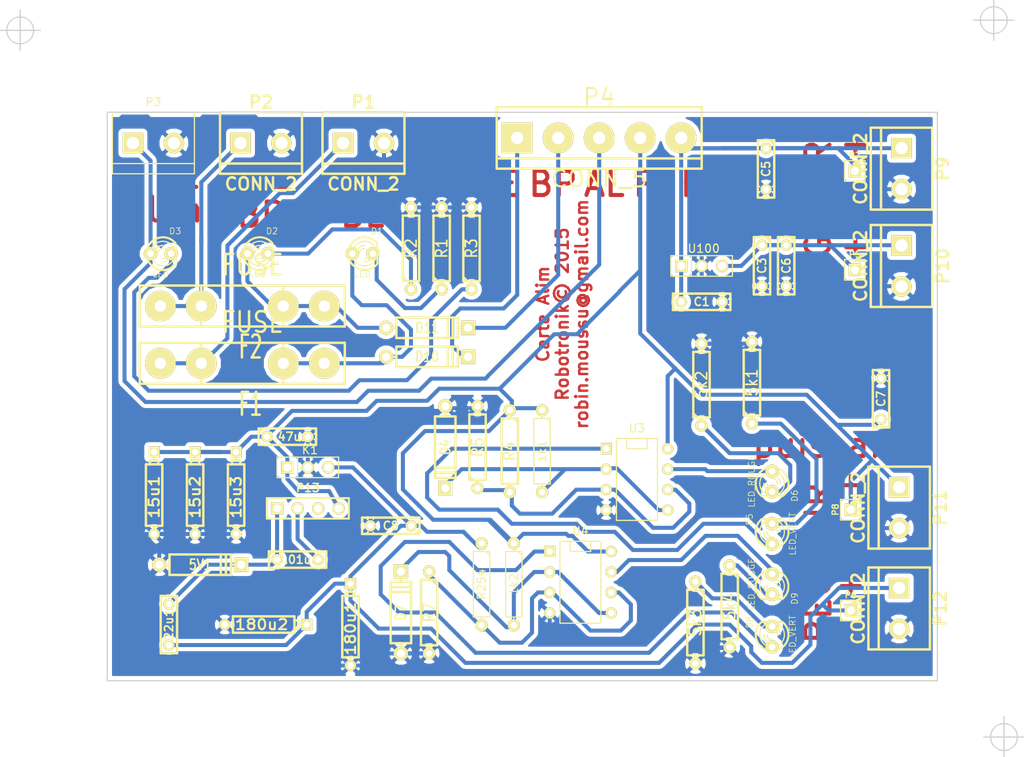
<source format=kicad_pcb>
(kicad_pcb (version 4) (host pcbnew "(2015-03-14 BZR 5512)-product")
  (layers (0 F.Cu signal) (31 B.Cu signal) (34 B.Paste user) (35 F.Paste user) (36 B.SilkS user) (37 F.SilkS user) (38 B.Mask user) (39 F.Mask user) (44 Edge.Cuts user))
  (net 0 "")
  (net 1 /alim_elec)
  (net 2 /alim_elec_non_regul)
  (net 3 /alim_puissance_non_regul)
  (net 4 /alim_puissance_regul)
  (net 5 GND)
  (net 6 "Net-(0.01u1-Pad1)")
  (net 7 "Net-(0.01u1-Pad2)")
  (net 8 "Net-(5k1-Pad1)")
  (net 9 "Net-(5k2-Pad1)")
  (net 10 "Net-(5k3-Pad1)")
  (net 11 "Net-(5k4-Pad1)")
  (net 12 "Net-(D1-Pad1)")
  (net 13 "Net-(D1-Pad2)")
  (net 14 "Net-(D11-Pad1)")
  (net 15 "Net-(D2-Pad2)")
  (net 16 "Net-(D3-Pad1)")
  (net 17 "Net-(D3-Pad2)")
  (net 18 "Net-(D5-Pad1)")
  (net 19 "Net-(D6-Pad1)")
  (net 20 "Net-(D8-Pad1)")
  (net 21 "Net-(D9-Pad1)")
  (net 22 "Net-(D10-Pad2)")
  (net 23 "Net-(D11-Pad2)")
  (net 24 "Net-(F1-Pad1)")
  (net 25 "Net-(F2-Pad1)")
  (net 26 "Net-(P13-Pad3)")
  (net 27 "Net-(R4-Pad2)")
  (net 28 "Net-(1k1-Pad2)")
  (net 29 "Net-(1k2-Pad2)")
  (net 30 "Net-(R254-Pad2)")
  (module PIN_ARRAY_4x1 (layer F.Cu) (at 87.72 206.59)
    (fp_text reference P13 (at 0 -2.54) (layer F.SilkS) (effects (font (size 1.016 1.016) (thickness 0.2032))))
    (fp_text value CONN_4 hide)
    (pad 1 thru_hole rect (at -3.81 0) (size 1.524 1.524) (drill 1.016) (layers *.Cu *.Mask F.SilkS) (net 6 "Net-(0.01u1-Pad1)"))
    (pad 2 thru_hole circle (at -1.27 0) (size 1.524 1.524) (drill 1.016) (layers *.Cu *.Mask F.SilkS) (net 7 "Net-(0.01u1-Pad2)"))
    (pad 3 thru_hole circle (at 1.27 0) (size 1.524 1.524) (drill 1.016) (layers *.Cu *.Mask F.SilkS) (net 26 "Net-(P13-Pad3)"))
    (pad 4 thru_hole circle (at 3.81 0) (size 1.524 1.524) (drill 1.016) (layers *.Cu *.Mask F.SilkS) (net 3 /alim_puissance_non_regul))
  )
  (module PIN_ARRAY_3X1 (layer F.Cu) (at 87.72 201.51)
    (fp_text reference K1 (at 0.254 -2.159) (layer F.SilkS) (effects (font (size 1.016 1.016) (thickness 0.1524))))
    (fp_text value CONN_3 hide)
    (pad 1 thru_hole rect (at -2.54 0) (size 1.524 1.524) (drill 1.016) (layers *.Cu *.Mask F.SilkS) (net 3 /alim_puissance_non_regul))
    (pad 2 thru_hole circle (at 0 0) (size 1.524 1.524) (drill 1.016) (layers *.Cu *.Mask F.SilkS) (net 5 GND))
    (pad 3 thru_hole circle (at 2.54 0) (size 1.524 1.524) (drill 1.016) (layers *.Cu *.Mask F.SilkS) (net 4 /alim_puissance_regul))
  )
  (module PIN_ARRAY_1 (layer F.Cu) (at 155 206.75 90)
    (fp_text reference P8 (at 0 -1.905 90) (layer F.SilkS) (effects (font (size 0.762 0.762) (thickness 0.1524))))
    (fp_text value CONN_1 hide)
    (pad 1 thru_hole rect (at 0 0 90) (size 1.524 1.524) (drill 1.016) (layers *.Cu *.Mask F.SilkS) (net 3 /alim_puissance_non_regul))
  )
  (module PIN_ARRAY_1 (layer F.Cu) (at 155.5 164.75)
    (fp_text reference P7 (at 0 -1.905) (layer F.SilkS) (effects (font (size 0.762 0.762) (thickness 0.1524))))
    (fp_text value CONN_1 hide)
    (pad 1 thru_hole rect (at 0 0) (size 1.524 1.524) (drill 1.016) (layers *.Cu *.Mask F.SilkS) (net 2 /alim_elec_non_regul))
  )
  (module PIN_ARRAY_1 (layer F.Cu) (at 155 219.25)
    (fp_text reference P6 (at 0 -1.905) (layer F.SilkS) (effects (font (size 0.762 0.762) (thickness 0.1524))))
    (fp_text value CONN_1 hide)
    (pad 1 thru_hole rect (at 0 0) (size 1.524 1.524) (drill 1.016) (layers *.Cu *.Mask F.SilkS) (net 4 /alim_puissance_regul))
  )
  (module PIN_ARRAY_1 (layer F.Cu) (at 155.5 177)
    (fp_text reference P5 (at 0 -1.905) (layer F.SilkS) (effects (font (size 0.762 0.762) (thickness 0.1524))))
    (fp_text value CONN_1 hide)
    (pad 1 thru_hole rect (at 0 0) (size 1.524 1.524) (drill 1.016) (layers *.Cu *.Mask F.SilkS) (net 1 /alim_elec))
  )
  (module CP4 (layer F.Cu) (at 68.67 204.685 270)
    (fp_text reference 15u1 (at 0.508 0 270) (layer F.SilkS) (effects (font (size 1.27 1.397) (thickness 0.254))))
    (fp_text value CP1 hide)
    (pad 1 thru_hole rect (at -5.08 0 270) (size 1.397 1.397) (drill 0.8128) (layers *.Cu *.Mask F.SilkS) (net 3 /alim_puissance_non_regul))
    (pad 2 thru_hole circle (at 5.08 0 270) (size 1.397 1.397) (drill 0.8128) (layers *.Cu *.Mask F.SilkS) (net 5 GND))
  )
  (module CP4 (layer F.Cu) (at 73.75 204.685 270)
    (fp_text reference 15u2 (at 0.508 0 270) (layer F.SilkS) (effects (font (size 1.27 1.397) (thickness 0.254))))
    (fp_text value CP1 hide)
    (pad 1 thru_hole rect (at -5.08 0 270) (size 1.397 1.397) (drill 0.8128) (layers *.Cu *.Mask F.SilkS) (net 3 /alim_puissance_non_regul))
    (pad 2 thru_hole circle (at 5.08 0 270) (size 1.397 1.397) (drill 0.8128) (layers *.Cu *.Mask F.SilkS) (net 5 GND))
  )
  (module CP4 (layer F.Cu) (at 78.83 204.685 270)
    (fp_text reference 15u3 (at 0.508 0 270) (layer F.SilkS) (effects (font (size 1.27 1.397) (thickness 0.254))))
    (fp_text value CP1 hide)
    (pad 1 thru_hole rect (at -5.08 0 270) (size 1.397 1.397) (drill 0.8128) (layers *.Cu *.Mask F.SilkS) (net 3 /alim_puissance_non_regul))
    (pad 2 thru_hole circle (at 5.08 0 270) (size 1.397 1.397) (drill 0.8128) (layers *.Cu *.Mask F.SilkS) (net 5 GND))
  )
  (module CP4 (layer F.Cu) (at 93 221 270)
    (fp_text reference 180u1 (at 0.508 0 270) (layer F.SilkS) (effects (font (size 1.27 1.397) (thickness 0.254))))
    (fp_text value CP1 hide)
    (pad 1 thru_hole rect (at -5.08 0 270) (size 1.397 1.397) (drill 0.8128) (layers *.Cu *.Mask F.SilkS) (net 4 /alim_puissance_regul))
    (pad 2 thru_hole circle (at 5.08 0 270) (size 1.397 1.397) (drill 0.8128) (layers *.Cu *.Mask F.SilkS) (net 5 GND))
  )
  (module CP4 (layer F.Cu) (at 82.5 221 180)
    (fp_text reference 180u2 (at 0.508 0 180) (layer F.SilkS) (effects (font (size 1.27 1.397) (thickness 0.254))))
    (fp_text value CP1 hide)
    (pad 1 thru_hole rect (at -5.08 0 180) (size 1.397 1.397) (drill 0.8128) (layers *.Cu *.Mask F.SilkS) (net 4 /alim_puissance_regul))
    (pad 2 thru_hole circle (at 5.08 0 180) (size 1.397 1.397) (drill 0.8128) (layers *.Cu *.Mask F.SilkS) (net 5 GND))
  )
  (module bornier5 (layer F.Cu) (at 123.825 160.655)
    (fp_text reference P4 (at 0 -5.08) (layer F.SilkS) (effects (font (size 2.032 2.032) (thickness 0.254))))
    (fp_text value CONN_5 (at 0 5.08) (layer F.SilkS) (effects (font (size 2.032 2.032) (thickness 0.254))))
    (pad 2 thru_hole circle (at -5.08 0) (size 3.81 3.81) (drill 1.524) (layers *.Cu *.Mask F.SilkS) (net 23 "Net-(D11-Pad2)"))
    (pad 3 thru_hole circle (at 0 0) (size 3.81 3.81) (drill 1.524) (layers *.Cu *.Mask F.SilkS) (net 16 "Net-(D3-Pad1)"))
    (pad 1 thru_hole rect (at -10.16 0) (size 3.81 3.81) (drill 1.524) (layers *.Cu *.Mask F.SilkS) (net 22 "Net-(D10-Pad2)"))
    (pad 4 thru_hole circle (at 5.08 0) (size 3.81 3.81) (drill 1.524) (layers *.Cu *.Mask F.SilkS) (net 3 /alim_puissance_non_regul))
    (pad 5 thru_hole circle (at 10.16 0) (size 3.81 3.81) (drill 1.524) (layers *.Cu *.Mask F.SilkS) (net 2 /alim_elec_non_regul))
  )
  (module bornier2 (layer F.Cu) (at 81.915 161.29)
    (fp_text reference P2 (at 0 -5.08) (layer F.SilkS) (effects (font (thickness 0.3048))))
    (fp_text value CONN_2 (at 0 5.08) (layer F.SilkS) (effects (font (thickness 0.3048))))
    (pad 1 thru_hole rect (at -2.54 0) (size 2.54 2.54) (drill 1.524) (layers *.Cu *.Mask F.SilkS) (net 25 "Net-(F2-Pad1)"))
    (pad 2 thru_hole circle (at 2.54 0) (size 2.54 2.54) (drill 1.524) (layers *.Cu *.Mask F.SilkS) (net 5 GND))
  )
  (module bornier2 (layer F.Cu) (at 161 219 270)
    (fp_text reference P12 (at 0 -5.08 270) (layer F.SilkS) (effects (font (thickness 0.3048))))
    (fp_text value CONN_2 (at 0 5.08 270) (layer F.SilkS) (effects (font (thickness 0.3048))))
    (pad 1 thru_hole rect (at -2.54 0 270) (size 2.54 2.54) (drill 1.524) (layers *.Cu *.Mask F.SilkS) (net 4 /alim_puissance_regul))
    (pad 2 thru_hole circle (at 2.54 0 270) (size 2.54 2.54) (drill 1.524) (layers *.Cu *.Mask F.SilkS) (net 5 GND))
  )
  (module bornier2 (layer F.Cu) (at 161 206.5 270)
    (fp_text reference P11 (at 0 -5.08 270) (layer F.SilkS) (effects (font (thickness 0.3048))))
    (fp_text value CONN_2 (at 0 5.08 270) (layer F.SilkS) (effects (font (thickness 0.3048))))
    (pad 1 thru_hole rect (at -2.54 0 270) (size 2.54 2.54) (drill 1.524) (layers *.Cu *.Mask F.SilkS) (net 3 /alim_puissance_non_regul))
    (pad 2 thru_hole circle (at 2.54 0 270) (size 2.54 2.54) (drill 1.524) (layers *.Cu *.Mask F.SilkS) (net 5 GND))
  )
  (module bornier2 (layer F.Cu) (at 161.29 176.53 270)
    (fp_text reference P10 (at 0 -5.08 270) (layer F.SilkS) (effects (font (thickness 0.3048))))
    (fp_text value CONN_2 (at 0 5.08 270) (layer F.SilkS) (effects (font (thickness 0.3048))))
    (pad 1 thru_hole rect (at -2.54 0 270) (size 2.54 2.54) (drill 1.524) (layers *.Cu *.Mask F.SilkS) (net 1 /alim_elec))
    (pad 2 thru_hole circle (at 2.54 0 270) (size 2.54 2.54) (drill 1.524) (layers *.Cu *.Mask F.SilkS) (net 5 GND))
  )
  (module bornier2 (layer F.Cu) (at 161.29 164.465 270)
    (fp_text reference P9 (at 0 -5.08 270) (layer F.SilkS) (effects (font (thickness 0.3048))))
    (fp_text value CONN_2 (at 0 5.08 270) (layer F.SilkS) (effects (font (thickness 0.3048))))
    (pad 1 thru_hole rect (at -2.54 0 270) (size 2.54 2.54) (drill 1.524) (layers *.Cu *.Mask F.SilkS) (net 2 /alim_elec_non_regul))
    (pad 2 thru_hole circle (at 2.54 0 270) (size 2.54 2.54) (drill 1.524) (layers *.Cu *.Mask F.SilkS) (net 5 GND))
  )
  (module bornier2 (layer F.Cu) (at 94.615 161.29)
    (fp_text reference P1 (at 0 -5.08) (layer F.SilkS) (effects (font (thickness 0.3048))))
    (fp_text value CONN_2 (at 0 5.08) (layer F.SilkS) (effects (font (thickness 0.3048))))
    (pad 1 thru_hole rect (at -2.54 0) (size 2.54 2.54) (drill 1.524) (layers *.Cu *.Mask F.SilkS) (net 24 "Net-(F1-Pad1)"))
    (pad 2 thru_hole circle (at 2.54 0) (size 2.54 2.54) (drill 1.524) (layers *.Cu *.Mask F.SilkS) (net 5 GND))
  )
  (module FUSE5-20 (layer F.Cu) (at 79.6 188.6)
    (fp_text reference F1 (at 1.016 5.08) (layer F.SilkS) (effects (font (size 2.83464 1.59512) (thickness 0.3048))))
    (fp_text value FUSE (at 1.27 -5.08) (layer F.SilkS) (effects (font (size 2.54 2.032) (thickness 0.3048))))
    (pad 1 thru_hole circle (at -10.16 0) (size 3.81 3.81) (drill 1.397) (layers *.Cu *.Mask F.SilkS) (net 24 "Net-(F1-Pad1)"))
    (pad 1 thru_hole circle (at -5.08 0) (size 3.81 3.81) (drill 1.397) (layers *.Cu *.Mask F.SilkS) (net 24 "Net-(F1-Pad1)"))
    (pad 2 thru_hole circle (at 5.08 0) (size 3.81 3.81) (drill 1.397) (layers *.Cu *.Mask F.SilkS) (net 12 "Net-(D1-Pad1)"))
    (pad 2 thru_hole circle (at 10.16 0) (size 3.81 3.81) (drill 1.397) (layers *.Cu *.Mask F.SilkS) (net 12 "Net-(D1-Pad1)"))
  )
  (module FUSE5-20 (layer F.Cu) (at 79.6 181.5)
    (fp_text reference F2 (at 1.016 5.08) (layer F.SilkS) (effects (font (size 2.83464 1.59512) (thickness 0.3048))))
    (fp_text value FUSE (at 1.27 -5.08) (layer F.SilkS) (effects (font (size 2.54 2.032) (thickness 0.3048))))
    (pad 1 thru_hole circle (at -10.16 0) (size 3.81 3.81) (drill 1.397) (layers *.Cu *.Mask F.SilkS) (net 25 "Net-(F2-Pad1)"))
    (pad 1 thru_hole circle (at -5.08 0) (size 3.81 3.81) (drill 1.397) (layers *.Cu *.Mask F.SilkS) (net 25 "Net-(F2-Pad1)"))
    (pad 2 thru_hole circle (at 5.08 0) (size 3.81 3.81) (drill 1.397) (layers *.Cu *.Mask F.SilkS) (net 14 "Net-(D11-Pad1)"))
    (pad 2 thru_hole circle (at 10.16 0) (size 3.81 3.81) (drill 1.397) (layers *.Cu *.Mask F.SilkS) (net 14 "Net-(D11-Pad1)"))
  )
  (module PIN_ARRAY_3X1 (layer F.Cu) (at 136.525 176.53)
    (fp_text reference U100 (at 0.254 -2.159) (layer F.SilkS) (effects (font (size 1.016 1.016) (thickness 0.1524))))
    (fp_text value 7905_CORRIGE hide)
    (pad 1 thru_hole rect (at -2.54 0) (size 1.524 1.524) (drill 1.016) (layers *.Cu *.Mask F.SilkS) (net 2 /alim_elec_non_regul))
    (pad 2 thru_hole circle (at 0 0) (size 1.524 1.524) (drill 1.016) (layers *.Cu *.Mask F.SilkS) (net 5 GND))
    (pad 3 thru_hole circle (at 2.54 0) (size 1.524 1.524) (drill 1.016) (layers *.Cu *.Mask F.SilkS) (net 1 /alim_elec))
  )
  (module C2 (layer F.Cu) (at 85.18 197.7)
    (fp_text reference 0.47u1 (at 0 0) (layer F.SilkS) (effects (font (size 1.016 1.016) (thickness 0.2032))))
    (fp_text value C hide)
    (pad 1 thru_hole circle (at -2.54 0) (size 1.397 1.397) (drill 0.8128) (layers *.Cu *.Mask F.SilkS) (net 3 /alim_puissance_non_regul))
    (pad 2 thru_hole circle (at 2.54 0) (size 1.397 1.397) (drill 0.8128) (layers *.Cu *.Mask F.SilkS) (net 5 GND))
  )
  (module LED-3MM (layer F.Cu) (at 145.25 209.75 90)
    (fp_text reference D5 (at 1.778 -2.794 90) (layer F.SilkS) (effects (font (size 0.762 0.762) (thickness 0.0889))))
    (fp_text value LED_VERT (at 0 2.54 90) (layer F.SilkS) (effects (font (size 0.762 0.762) (thickness 0.0889))))
    (pad 1 thru_hole circle (at -1.27 0 90) (size 1.6764 1.6764) (drill 0.8128) (layers *.Cu *.Mask F.SilkS) (net 18 "Net-(D5-Pad1)"))
    (pad 2 thru_hole circle (at 1.27 0 90) (size 1.6764 1.6764) (drill 0.8128) (layers *.Cu *.Mask F.SilkS) (net 8 "Net-(5k1-Pad1)"))
  )
  (module LED-3MM (layer F.Cu) (at 145.25 216 270)
    (fp_text reference D9 (at 1.778 -2.794 270) (layer F.SilkS) (effects (font (size 0.762 0.762) (thickness 0.0889))))
    (fp_text value LED_ROUGE (at 0 2.54 270) (layer F.SilkS) (effects (font (size 0.762 0.762) (thickness 0.0889))))
    (pad 1 thru_hole circle (at -1.27 0 270) (size 1.6764 1.6764) (drill 0.8128) (layers *.Cu *.Mask F.SilkS) (net 21 "Net-(D9-Pad1)"))
    (pad 2 thru_hole circle (at 1.27 0 270) (size 1.6764 1.6764) (drill 0.8128) (layers *.Cu *.Mask F.SilkS) (net 11 "Net-(5k4-Pad1)"))
  )
  (module LED-3MM (layer F.Cu) (at 145.25 222.5 90)
    (fp_text reference D8 (at 1.778 -2.794 90) (layer F.SilkS) (effects (font (size 0.762 0.762) (thickness 0.0889))))
    (fp_text value LED_VERT (at 0 2.54 90) (layer F.SilkS) (effects (font (size 0.762 0.762) (thickness 0.0889))))
    (pad 1 thru_hole circle (at -1.27 0 90) (size 1.6764 1.6764) (drill 0.8128) (layers *.Cu *.Mask F.SilkS) (net 20 "Net-(D8-Pad1)"))
    (pad 2 thru_hole circle (at 1.27 0 90) (size 1.6764 1.6764) (drill 0.8128) (layers *.Cu *.Mask F.SilkS) (net 10 "Net-(5k3-Pad1)"))
  )
  (module LED-3MM (layer F.Cu) (at 94.5 175)
    (fp_text reference D1 (at 1.778 -2.794) (layer F.SilkS) (effects (font (size 0.762 0.762) (thickness 0.0889))))
    (fp_text value LED (at 0 2.54) (layer F.SilkS) (effects (font (size 0.762 0.762) (thickness 0.0889))))
    (pad 1 thru_hole circle (at -1.27 0) (size 1.6764 1.6764) (drill 0.8128) (layers *.Cu *.Mask F.SilkS) (net 12 "Net-(D1-Pad1)"))
    (pad 2 thru_hole circle (at 1.27 0) (size 1.6764 1.6764) (drill 0.8128) (layers *.Cu *.Mask F.SilkS) (net 13 "Net-(D1-Pad2)"))
  )
  (module LED-3MM (layer F.Cu) (at 81.5 175)
    (fp_text reference D2 (at 1.778 -2.794) (layer F.SilkS) (effects (font (size 0.762 0.762) (thickness 0.0889))))
    (fp_text value LED (at 0 2.54) (layer F.SilkS) (effects (font (size 0.762 0.762) (thickness 0.0889))))
    (pad 1 thru_hole circle (at -1.27 0) (size 1.6764 1.6764) (drill 0.8128) (layers *.Cu *.Mask F.SilkS) (net 14 "Net-(D11-Pad1)"))
    (pad 2 thru_hole circle (at 1.27 0) (size 1.6764 1.6764) (drill 0.8128) (layers *.Cu *.Mask F.SilkS) (net 15 "Net-(D2-Pad2)"))
  )
  (module LED-3MM (layer F.Cu) (at 69.5 175)
    (fp_text reference D3 (at 1.778 -2.794) (layer F.SilkS) (effects (font (size 0.762 0.762) (thickness 0.0889))))
    (fp_text value LED (at 0 2.54) (layer F.SilkS) (effects (font (size 0.762 0.762) (thickness 0.0889))))
    (pad 1 thru_hole circle (at -1.27 0) (size 1.6764 1.6764) (drill 0.8128) (layers *.Cu *.Mask F.SilkS) (net 16 "Net-(D3-Pad1)"))
    (pad 2 thru_hole circle (at 1.27 0) (size 1.6764 1.6764) (drill 0.8128) (layers *.Cu *.Mask F.SilkS) (net 17 "Net-(D3-Pad2)"))
  )
  (module LED-3MM (layer F.Cu) (at 145.25 203.25 270)
    (fp_text reference D6 (at 1.778 -2.794 270) (layer F.SilkS) (effects (font (size 0.762 0.762) (thickness 0.0889))))
    (fp_text value LED_ROUGE (at 0 2.54 270) (layer F.SilkS) (effects (font (size 0.762 0.762) (thickness 0.0889))))
    (pad 1 thru_hole circle (at -1.27 0 270) (size 1.6764 1.6764) (drill 0.8128) (layers *.Cu *.Mask F.SilkS) (net 19 "Net-(D6-Pad1)"))
    (pad 2 thru_hole circle (at 1.27 0 270) (size 1.6764 1.6764) (drill 0.8128) (layers *.Cu *.Mask F.SilkS) (net 9 "Net-(5k2-Pad1)"))
  )
  (module D4 (layer F.Cu) (at 99.25 219.5 90)
    (fp_text reference D7 (at 0 0 90) (layer F.SilkS) (effects (font (size 1.27 1.016) (thickness 0.2032))))
    (fp_text value ZENER hide)
    (pad 1 thru_hole circle (at -5.08 0 90) (size 1.778 1.778) (drill 1.016) (layers *.Cu *.Mask F.SilkS) (net 5 GND))
    (pad 2 thru_hole rect (at 5.08 0 90) (size 1.778 1.778) (drill 1.016) (layers *.Cu *.Mask F.SilkS) (net 29 "Net-(1k2-Pad2)"))
  )
  (module D4 (layer F.Cu) (at 74.385 213.575)
    (fp_text reference 5V1 (at 0 0) (layer F.SilkS) (effects (font (size 1.27 1.016) (thickness 0.2032))))
    (fp_text value ZENER hide)
    (pad 1 thru_hole circle (at -5.08 0) (size 1.778 1.778) (drill 1.016) (layers *.Cu *.Mask F.SilkS) (net 5 GND))
    (pad 2 thru_hole rect (at 5.08 0) (size 1.778 1.778) (drill 1.016) (layers *.Cu *.Mask F.SilkS) (net 6 "Net-(0.01u1-Pad1)"))
  )
  (module D4 (layer F.Cu) (at 104.75 199 270)
    (fp_text reference D4 (at 0 0 270) (layer F.SilkS) (effects (font (size 1.27 1.016) (thickness 0.2032))))
    (fp_text value ZENER hide)
    (pad 1 thru_hole circle (at -5.08 0 270) (size 1.778 1.778) (drill 1.016) (layers *.Cu *.Mask F.SilkS) (net 5 GND))
    (pad 2 thru_hole rect (at 5.08 0 270) (size 1.778 1.778) (drill 1.016) (layers *.Cu *.Mask F.SilkS) (net 28 "Net-(1k1-Pad2)"))
  )
  (module D4 (layer F.Cu) (at 102.5 184.2)
    (fp_text reference D11 (at 0 0) (layer F.SilkS) (effects (font (size 1.27 1.016) (thickness 0.2032))))
    (fp_text value DIODE hide)
    (pad 1 thru_hole circle (at -5.08 0) (size 1.778 1.778) (drill 1.016) (layers *.Cu *.Mask F.SilkS) (net 14 "Net-(D11-Pad1)"))
    (pad 2 thru_hole rect (at 5.08 0) (size 1.778 1.778) (drill 1.016) (layers *.Cu *.Mask F.SilkS) (net 23 "Net-(D11-Pad2)"))
  )
  (module D4 (layer F.Cu) (at 102.5 187.8)
    (fp_text reference D10 (at 0 0) (layer F.SilkS) (effects (font (size 1.27 1.016) (thickness 0.2032))))
    (fp_text value DIODE hide)
    (pad 1 thru_hole circle (at -5.08 0) (size 1.778 1.778) (drill 1.016) (layers *.Cu *.Mask F.SilkS) (net 12 "Net-(D1-Pad1)"))
    (pad 2 thru_hole rect (at 5.08 0) (size 1.778 1.778) (drill 1.016) (layers *.Cu *.Mask F.SilkS) (net 22 "Net-(D10-Pad2)"))
  )
  (module C2 (layer F.Cu) (at 86.45 212.94)
    (fp_text reference 0.01u1 (at 0 0) (layer F.SilkS) (effects (font (size 1.016 1.016) (thickness 0.2032))))
    (fp_text value C hide)
    (pad 1 thru_hole circle (at -2.54 0) (size 1.397 1.397) (drill 0.8128) (layers *.Cu *.Mask F.SilkS) (net 6 "Net-(0.01u1-Pad1)"))
    (pad 2 thru_hole circle (at 2.54 0) (size 1.397 1.397) (drill 0.8128) (layers *.Cu *.Mask F.SilkS) (net 7 "Net-(0.01u1-Pad2)"))
  )
  (module R4 (layer F.Cu) (at 100.5 174.35 90)
    (fp_text reference R2 (at 0 0 90) (layer F.SilkS) (effects (font (size 1.397 1.27) (thickness 0.2032))))
    (fp_text value R hide)
    (pad 1 thru_hole circle (at -5.08 0 90) (size 1.524 1.524) (drill 0.8128) (layers *.Cu *.Mask F.SilkS) (net 15 "Net-(D2-Pad2)"))
    (pad 2 thru_hole circle (at 5.08 0 90) (size 1.524 1.524) (drill 0.8128) (layers *.Cu *.Mask F.SilkS) (net 5 GND))
  )
  (module R4 (layer F.Cu) (at 142.75 191 90)
    (fp_text reference 5k1 (at 0 0 90) (layer F.SilkS) (effects (font (size 1.397 1.27) (thickness 0.2032))))
    (fp_text value R hide)
    (pad 1 thru_hole circle (at -5.08 0 90) (size 1.524 1.524) (drill 0.8128) (layers *.Cu *.Mask F.SilkS) (net 8 "Net-(5k1-Pad1)"))
    (pad 2 thru_hole circle (at 5.08 0 90) (size 1.524 1.524) (drill 0.8128) (layers *.Cu *.Mask F.SilkS) (net 5 GND))
  )
  (module R4 (layer F.Cu) (at 108.75 199 90)
    (fp_text reference R5 (at 0 0 90) (layer F.SilkS) (effects (font (size 1.397 1.27) (thickness 0.2032))))
    (fp_text value R hide)
    (pad 1 thru_hole circle (at -5.08 0 90) (size 1.524 1.524) (drill 0.8128) (layers *.Cu *.Mask F.SilkS) (net 27 "Net-(R4-Pad2)"))
    (pad 2 thru_hole circle (at 5.08 0 90) (size 1.524 1.524) (drill 0.8128) (layers *.Cu *.Mask F.SilkS) (net 5 GND))
  )
  (module R4 (layer F.Cu) (at 112.75 199.5 270)
    (fp_text reference R4 (at 0 0 270) (layer F.SilkS) (effects (font (size 1.397 1.27) (thickness 0.2032))))
    (fp_text value R hide)
    (pad 1 thru_hole circle (at -5.08 0 270) (size 1.524 1.524) (drill 0.8128) (layers *.Cu *.Mask F.SilkS) (net 3 /alim_puissance_non_regul))
    (pad 2 thru_hole circle (at 5.08 0 270) (size 1.524 1.524) (drill 0.8128) (layers *.Cu *.Mask F.SilkS) (net 27 "Net-(R4-Pad2)"))
  )
  (module R4 (layer F.Cu) (at 136.5 191.25 90)
    (fp_text reference 5k2 (at 0 0 90) (layer F.SilkS) (effects (font (size 1.397 1.27) (thickness 0.2032))))
    (fp_text value R hide)
    (pad 1 thru_hole circle (at -5.08 0 90) (size 1.524 1.524) (drill 0.8128) (layers *.Cu *.Mask F.SilkS) (net 9 "Net-(5k2-Pad1)"))
    (pad 2 thru_hole circle (at 5.08 0 90) (size 1.524 1.524) (drill 0.8128) (layers *.Cu *.Mask F.SilkS) (net 5 GND))
  )
  (module R4 (layer F.Cu) (at 108 174.35 90)
    (fp_text reference R3 (at 0 0 90) (layer F.SilkS) (effects (font (size 1.397 1.27) (thickness 0.2032))))
    (fp_text value R hide)
    (pad 1 thru_hole circle (at -5.08 0 90) (size 1.524 1.524) (drill 0.8128) (layers *.Cu *.Mask F.SilkS) (net 17 "Net-(D3-Pad2)"))
    (pad 2 thru_hole circle (at 5.08 0 90) (size 1.524 1.524) (drill 0.8128) (layers *.Cu *.Mask F.SilkS) (net 5 GND))
  )
  (module R4 (layer F.Cu) (at 104.3 174.35 90)
    (fp_text reference R1 (at 0 0 90) (layer F.SilkS) (effects (font (size 1.397 1.27) (thickness 0.2032))))
    (fp_text value R hide)
    (pad 1 thru_hole circle (at -5.08 0 90) (size 1.524 1.524) (drill 0.8128) (layers *.Cu *.Mask F.SilkS) (net 13 "Net-(D1-Pad2)"))
    (pad 2 thru_hole circle (at 5.08 0 90) (size 1.524 1.524) (drill 0.8128) (layers *.Cu *.Mask F.SilkS) (net 5 GND))
  )
  (module R4 (layer F.Cu) (at 102.75 219.5 270)
    (fp_text reference R7 (at 0 0 270) (layer F.SilkS) (effects (font (size 1.397 1.27) (thickness 0.2032))))
    (fp_text value R hide)
    (pad 1 thru_hole circle (at -5.08 0 270) (size 1.524 1.524) (drill 0.8128) (layers *.Cu *.Mask F.SilkS) (net 30 "Net-(R254-Pad2)"))
    (pad 2 thru_hole circle (at 5.08 0 270) (size 1.524 1.524) (drill 0.8128) (layers *.Cu *.Mask F.SilkS) (net 5 GND))
  )
  (module R4 (layer F.Cu) (at 135.75 220.75 270)
    (fp_text reference 5k3 (at 0 0 270) (layer F.SilkS) (effects (font (size 1.397 1.27) (thickness 0.2032))))
    (fp_text value R hide)
    (pad 1 thru_hole circle (at -5.08 0 270) (size 1.524 1.524) (drill 0.8128) (layers *.Cu *.Mask F.SilkS) (net 10 "Net-(5k3-Pad1)"))
    (pad 2 thru_hole circle (at 5.08 0 270) (size 1.524 1.524) (drill 0.8128) (layers *.Cu *.Mask F.SilkS) (net 5 GND))
  )
  (module R4 (layer F.Cu) (at 140 218.75 270)
    (fp_text reference 5k4 (at 0 0 270) (layer F.SilkS) (effects (font (size 1.397 1.27) (thickness 0.2032))))
    (fp_text value R hide)
    (pad 1 thru_hole circle (at -5.08 0 270) (size 1.524 1.524) (drill 0.8128) (layers *.Cu *.Mask F.SilkS) (net 11 "Net-(5k4-Pad1)"))
    (pad 2 thru_hole circle (at 5.08 0 270) (size 1.524 1.524) (drill 0.8128) (layers *.Cu *.Mask F.SilkS) (net 5 GND))
  )
  (module C2 (layer F.Cu) (at 136.525 180.975)
    (fp_text reference C1 (at 0 0) (layer F.SilkS) (effects (font (size 1.016 1.016) (thickness 0.2032))))
    (fp_text value C hide)
    (pad 1 thru_hole circle (at -2.54 0) (size 1.397 1.397) (drill 0.8128) (layers *.Cu *.Mask F.SilkS) (net 2 /alim_elec_non_regul))
    (pad 2 thru_hole circle (at 2.54 0) (size 1.397 1.397) (drill 0.8128) (layers *.Cu *.Mask F.SilkS) (net 5 GND))
  )
  (module C2 (layer F.Cu) (at 144 176.5 270)
    (fp_text reference C3 (at 0 0 270) (layer F.SilkS) (effects (font (size 1.016 1.016) (thickness 0.2032))))
    (fp_text value C hide)
    (pad 1 thru_hole circle (at -2.54 0 270) (size 1.397 1.397) (drill 0.8128) (layers *.Cu *.Mask F.SilkS) (net 1 /alim_elec))
    (pad 2 thru_hole circle (at 2.54 0 270) (size 1.397 1.397) (drill 0.8128) (layers *.Cu *.Mask F.SilkS) (net 5 GND))
  )
  (module C2 (layer F.Cu) (at 98 208.75 180)
    (fp_text reference C8 (at 0 0 180) (layer F.SilkS) (effects (font (size 1.016 1.016) (thickness 0.2032))))
    (fp_text value C hide)
    (pad 1 thru_hole circle (at -2.54 0 180) (size 1.397 1.397) (drill 0.8128) (layers *.Cu *.Mask F.SilkS) (net 4 /alim_puissance_regul))
    (pad 2 thru_hole circle (at 2.54 0 180) (size 1.397 1.397) (drill 0.8128) (layers *.Cu *.Mask F.SilkS) (net 5 GND))
  )
  (module C2 (layer F.Cu) (at 147 176.5 270)
    (fp_text reference C6 (at 0 0 270) (layer F.SilkS) (effects (font (size 1.016 1.016) (thickness 0.2032))))
    (fp_text value C hide)
    (pad 1 thru_hole circle (at -2.54 0 270) (size 1.397 1.397) (drill 0.8128) (layers *.Cu *.Mask F.SilkS) (net 1 /alim_elec))
    (pad 2 thru_hole circle (at 2.54 0 270) (size 1.397 1.397) (drill 0.8128) (layers *.Cu *.Mask F.SilkS) (net 5 GND))
  )
  (module C2 (layer F.Cu) (at 144.5 164.5 270)
    (fp_text reference C5 (at 0 0 270) (layer F.SilkS) (effects (font (size 1.016 1.016) (thickness 0.2032))))
    (fp_text value C hide)
    (pad 1 thru_hole circle (at -2.54 0 270) (size 1.397 1.397) (drill 0.8128) (layers *.Cu *.Mask F.SilkS) (net 2 /alim_elec_non_regul))
    (pad 2 thru_hole circle (at 2.54 0 270) (size 1.397 1.397) (drill 0.8128) (layers *.Cu *.Mask F.SilkS) (net 5 GND))
  )
  (module C2 (layer F.Cu) (at 158.75 193 90)
    (fp_text reference C7 (at 0 0 90) (layer F.SilkS) (effects (font (size 1.016 1.016) (thickness 0.2032))))
    (fp_text value C hide)
    (pad 1 thru_hole circle (at -2.54 0 90) (size 1.397 1.397) (drill 0.8128) (layers *.Cu *.Mask F.SilkS) (net 3 /alim_puissance_non_regul))
    (pad 2 thru_hole circle (at 2.54 0 90) (size 1.397 1.397) (drill 0.8128) (layers *.Cu *.Mask F.SilkS) (net 5 GND))
  )
  (module C2 (layer F.Cu) (at 70.5 221 270)
    (fp_text reference 22u1 (at 0 0 270) (layer F.SilkS) (effects (font (size 1.016 1.016) (thickness 0.2032))))
    (fp_text value INDUCTOR hide)
    (pad 1 thru_hole circle (at -2.54 0 270) (size 1.397 1.397) (drill 0.8128) (layers *.Cu *.Mask F.SilkS) (net 6 "Net-(0.01u1-Pad1)"))
    (pad 2 thru_hole circle (at 2.54 0 270) (size 1.397 1.397) (drill 0.8128) (layers *.Cu *.Mask F.SilkS) (net 4 /alim_puissance_regul))
  )
  (module bornier2 (layer F.Cu) (at 68.58 161.29)
    (fp_text reference P3 (at 0 -5.08) (layer F.SilkS))
    (fp_text value CONN_2)
    (pad 1 thru_hole rect (at -2.54 0) (size 2.54 2.54) (drill 1.524) (layers *.Cu *.Mask F.SilkS) (net 16 "Net-(D3-Pad1)"))
    (pad 2 thru_hole circle (at 2.54 0) (size 2.54 2.54) (drill 1.524) (layers *.Cu *.Mask F.SilkS) (net 5 GND))
  )
  (module Sockets_DIP:DIP-8__300 (layer F.Cu) (at 128.5 203 270)
    (fp_text reference U3 (at -6.35 0 360) (layer F.SilkS))
    (fp_text value LM2903)
    (pad 1 thru_hole rect (at -3.81 3.81 270) (size 1.397 1.397) (drill 0.8128) (layers *.Cu *.Mask F.SilkS) (net 18 "Net-(D5-Pad1)"))
    (pad 2 thru_hole circle (at -1.27 3.81 270) (size 1.397 1.397) (drill 0.8128) (layers *.Cu *.Mask F.SilkS) (net 28 "Net-(1k1-Pad2)"))
    (pad 3 thru_hole circle (at 1.27 3.81 270) (size 1.397 1.397) (drill 0.8128) (layers *.Cu *.Mask F.SilkS) (net 27 "Net-(R4-Pad2)"))
    (pad 4 thru_hole circle (at 3.81 3.81 270) (size 1.397 1.397) (drill 0.8128) (layers *.Cu *.Mask F.SilkS) (net 5 GND))
    (pad 5 thru_hole circle (at 3.81 -3.81 270) (size 1.397 1.397) (drill 0.8128) (layers *.Cu *.Mask F.SilkS) (net 28 "Net-(1k1-Pad2)"))
    (pad 6 thru_hole circle (at 1.27 -3.81 270) (size 1.397 1.397) (drill 0.8128) (layers *.Cu *.Mask F.SilkS) (net 27 "Net-(R4-Pad2)"))
    (pad 7 thru_hole circle (at -1.27 -3.81 270) (size 1.397 1.397) (drill 0.8128) (layers *.Cu *.Mask F.SilkS) (net 19 "Net-(D6-Pad1)"))
    (pad 8 thru_hole circle (at -3.81 -3.81 270) (size 1.397 1.397) (drill 0.8128) (layers *.Cu *.Mask F.SilkS) (net 3 /alim_puissance_non_regul))
  )
  (module Sockets_DIP:DIP-8__300 (layer F.Cu) (at 121.5 215.75 270)
    (fp_text reference U4 (at -6.35 0 360) (layer F.SilkS))
    (fp_text value LM2903)
    (pad 1 thru_hole rect (at -3.81 3.81 270) (size 1.397 1.397) (drill 0.8128) (layers *.Cu *.Mask F.SilkS) (net 20 "Net-(D8-Pad1)"))
    (pad 2 thru_hole circle (at -1.27 3.81 270) (size 1.397 1.397) (drill 0.8128) (layers *.Cu *.Mask F.SilkS) (net 29 "Net-(1k2-Pad2)"))
    (pad 3 thru_hole circle (at 1.27 3.81 270) (size 1.397 1.397) (drill 0.8128) (layers *.Cu *.Mask F.SilkS) (net 30 "Net-(R254-Pad2)"))
    (pad 4 thru_hole circle (at 3.81 3.81 270) (size 1.397 1.397) (drill 0.8128) (layers *.Cu *.Mask F.SilkS) (net 5 GND))
    (pad 5 thru_hole circle (at 3.81 -3.81 270) (size 1.397 1.397) (drill 0.8128) (layers *.Cu *.Mask F.SilkS) (net 29 "Net-(1k2-Pad2)"))
    (pad 6 thru_hole circle (at 1.27 -3.81 270) (size 1.397 1.397) (drill 0.8128) (layers *.Cu *.Mask F.SilkS) (net 30 "Net-(R254-Pad2)"))
    (pad 7 thru_hole circle (at -1.27 -3.81 270) (size 1.397 1.397) (drill 0.8128) (layers *.Cu *.Mask F.SilkS) (net 21 "Net-(D9-Pad1)"))
    (pad 8 thru_hole circle (at -3.81 -3.81 270) (size 1.397 1.397) (drill 0.8128) (layers *.Cu *.Mask F.SilkS) (net 3 /alim_puissance_non_regul))
  )
  (module Discret:R4 (layer F.Cu) (at 116.75 199.5 270)
    (fp_text reference 1k1 (at 0 0 270) (layer F.SilkS))
    (fp_text value R)
    (pad 1 thru_hole circle (at -5.08 0 270) (size 1.524 1.524) (drill 0.8128) (layers *.Cu *.Mask F.SilkS) (net 3 /alim_puissance_non_regul))
    (pad 2 thru_hole circle (at 5.08 0 270) (size 1.524 1.524) (drill 0.8128) (layers *.Cu *.Mask F.SilkS) (net 28 "Net-(1k1-Pad2)"))
  )
  (module Discret:R4 (layer F.Cu) (at 113.25 216 270)
    (fp_text reference 1k2 (at 0 0 270) (layer F.SilkS))
    (fp_text value R)
    (pad 1 thru_hole circle (at -5.08 0 270) (size 1.524 1.524) (drill 0.8128) (layers *.Cu *.Mask F.SilkS) (net 3 /alim_puissance_non_regul))
    (pad 2 thru_hole circle (at 5.08 0 270) (size 1.524 1.524) (drill 0.8128) (layers *.Cu *.Mask F.SilkS) (net 29 "Net-(1k2-Pad2)"))
  )
  (module Discret:R4 (layer F.Cu) (at 109.25 216 270)
    (fp_text reference R254 (at 0 0 270) (layer F.SilkS))
    (fp_text value R)
    (pad 1 thru_hole circle (at -5.08 0 270) (size 1.524 1.524) (drill 0.8128) (layers *.Cu *.Mask F.SilkS) (net 4 /alim_puissance_regul))
    (pad 2 thru_hole circle (at 5.08 0 270) (size 1.524 1.524) (drill 0.8128) (layers *.Cu *.Mask F.SilkS) (net 30 "Net-(R254-Pad2)"))
  )
  (gr_text + (at 65.75 166.5) (layer F.Cu) (effects (font (size 3 3) (thickness 0.5))))
  (gr_text "Carte Alim\nRobotronik© 2015\nrobin.moussu@gmail.com" (at 119.25 182.5 90) (layer F.Cu) (effects (font (size 1.5 1.5) (thickness 0.3))))
  (target plus (at 173.99 234.95) (size 5) (width 0.15) (layer Edge.Cuts))
  (target plus (at 172.72 146.05) (size 5) (width 0.15) (layer Edge.Cuts))
  (target plus (at 52.07 147.32) (size 5) (width 0.15) (layer Edge.Cuts))
  (gr_text E (at 135.255 166.37) (layer F.Cu) (effects (font (size 3 3) (thickness 0.5))))
  (gr_text P (at 129.54 166.37) (layer F.Cu) (effects (font (size 3 3) (thickness 0.5))))
  (gr_text AL (at 124.46 166.37) (layer F.Cu) (effects (font (size 3 3) (thickness 0.5))))
  (gr_text BP (at 118.11 166.37) (layer F.Cu) (effects (font (size 3 3) (thickness 0.5))))
  (gr_text BE (at 111.125 166.37) (layer F.Cu) (effects (font (size 3 3) (thickness 0.5))))
  (gr_text REG (at 151 219 90) (layer F.Cu) (effects (font (size 3 3) (thickness 0.5))))
  (gr_text NR (at 151 206.5 90) (layer F.Cu) (effects (font (size 3 3) (thickness 0.5))))
  (gr_text - (at 155.575 167.005) (layer F.Cu) (effects (font (size 3 3) (thickness 0.5))))
  (gr_text - (at 155.575 179.07) (layer F.Cu) (effects (font (size 3 3) (thickness 0.5))))
  (gr_text - (at 155 209) (layer F.Cu) (effects (font (size 3 3) (thickness 0.5))))
  (gr_text - (at 155 221.5) (layer F.Cu) (effects (font (size 3 3) (thickness 0.5))))
  (gr_text + (at 155 216) (layer F.Cu) (effects (font (size 3 3) (thickness 0.5))))
  (gr_text + (at 155 203.5) (layer F.Cu) (effects (font (size 3 3) (thickness 0.5))))
  (gr_text + (at 155.575 161.29) (layer F.Cu) (effects (font (size 3 3) (thickness 0.5))))
  (gr_text + (at 155.575 173.99) (layer F.Cu) (effects (font (size 3 3) (thickness 0.5))))
  (gr_text - (at 72.75 166.5) (layer F.Cu) (effects (font (size 3 3) (thickness 0.5))))
  (gr_text - (at 84.25 166.5) (layer F.Cu) (effects (font (size 3 3) (thickness 0.5))))
  (gr_text - (at 97.25 166.5) (layer F.Cu) (effects (font (size 3 3) (thickness 0.5))))
  (gr_text + (at 92.25 166.5) (layer F.Cu) (effects (font (size 3 3) (thickness 0.5))))
  (gr_text + (at 79.25 166.5) (layer F.Cu) (effects (font (size 3 3) (thickness 0.5))))
  (gr_line (start 62.865 157.48) (end 73.025 157.48) (angle 90) (layer Edge.Cuts) (width 0.15))
  (gr_line (start 62.865 227.965) (end 62.865 157.48) (angle 90) (layer Edge.Cuts) (width 0.15))
  (gr_line (start 165.735 227.965) (end 62.865 227.965) (angle 90) (layer Edge.Cuts) (width 0.15))
  (gr_line (start 165.735 157.48) (end 165.735 227.965) (angle 90) (layer Edge.Cuts) (width 0.15))
  (gr_line (start 62.865 157.48) (end 165.735 157.48) (angle 90) (layer Edge.Cuts) (width 0.15))
  (gr_text REG (at 151 177 90) (layer F.Cu) (effects (font (size 3 3) (thickness 0.5))))
  (gr_text NR (at 151 164 90) (layer F.Cu) (effects (font (size 3 3) (thickness 0.5))))
  (gr_text puissance (at 154 198.75) (layer F.Cu) (effects (font (size 3 3) (thickness 0.5))))
  (gr_text elec (at 153.5 184) (layer F.Cu) (effects (font (size 3 3) (thickness 0.5))))
  (gr_text alim (at 69.85 169.545) (layer F.Cu) (effects (font (size 3 3) (thickness 0.5))))
  (gr_text BP (at 81.915 170.18) (layer F.Cu) (effects (font (size 3 3) (thickness 0.5))))
  (gr_text BE (at 94.615 170.18) (layer F.Cu) (effects (font (size 3 3) (thickness 0.5))))
  (gr_text v (at 154.44 211.04) (layer F.Cu) (effects (font (size 1 1) (thickness 0.25))))
  (segment (start 147 173.96) (end 144 173.96) (width 0.5) (layer B.Cu) (net 1))
  (segment (start 155.5 177) (end 152.46 173.96) (width 0.5) (layer B.Cu) (net 1))
  (segment (start 152.71 173.96) (end 152.75 174) (width 0.5) (layer B.Cu) (net 1))
  (segment (start 152.46 173.96) (end 152.71 173.96) (width 0.5) (layer B.Cu) (net 1))
  (segment (start 144 173.96) (end 152.75 173.96) (width 0.5) (layer B.Cu) (net 1))
  (segment (start 148 173.96) (end 144 173.96) (width 0.5) (layer B.Cu) (net 1))
  (segment (start 144 173.96) (end 141.43 176.53) (width 0.5) (layer B.Cu) (net 1))
  (segment (start 141.43 176.53) (end 139.065 176.53) (width 0.5) (layer B.Cu) (net 1))
  (segment (start 152.75 174) (end 152.75 173.96) (width 0.5) (layer B.Cu) (net 1))
  (segment (start 152.75 173.96) (end 161.26 173.96) (width 0.5) (layer B.Cu) (net 1))
  (segment (start 161.26 173.96) (end 161.29 173.99) (width 0.5) (layer B.Cu) (net 1))
  (segment (start 144.5 161.96) (end 135.29 161.96) (width 0.5) (layer B.Cu) (net 2))
  (segment (start 135.29 161.96) (end 133.985 160.655) (width 0.5) (layer B.Cu) (net 2))
  (segment (start 155.5 164.75) (end 155.5 164) (width 0.5) (layer B.Cu) (net 2))
  (segment (start 155.5 164) (end 153.425 161.925) (width 0.5) (layer B.Cu) (net 2))
  (segment (start 152.4 161.925) (end 139.065 161.925) (width 0.5) (layer B.Cu) (net 2))
  (segment (start 152.4 161.925) (end 153.425 161.925) (width 0.5) (layer B.Cu) (net 2))
  (segment (start 133.985 176.53) (end 133.985 180.975) (width 0.5) (layer B.Cu) (net 2))
  (segment (start 142.24 161.925) (end 152.4 161.925) (width 0.5) (layer B.Cu) (net 2))
  (segment (start 142.24 161.925) (end 135.255 161.925) (width 0.5) (layer B.Cu) (net 2))
  (segment (start 135.255 161.925) (end 133.985 160.655) (width 0.5) (layer B.Cu) (net 2))
  (segment (start 133.985 160.655) (end 133.985 176.53) (width 0.5) (layer B.Cu) (net 2))
  (segment (start 153.425 161.925) (end 161.29 161.925) (width 0.5) (layer B.Cu) (net 2))
  (segment (start 155 206.75) (end 155 203.25) (width 0.5) (layer B.Cu) (net 3))
  (segment (start 155 203.25) (end 157.645 200.605) (width 0.5) (layer B.Cu) (net 3))
  (segment (start 125.31 211.94) (end 122.44 211.94) (width 0.5) (layer B.Cu) (net 3))
  (segment (start 114.42 209.75) (end 113.25 210.92) (width 0.5) (layer B.Cu) (net 3))
  (segment (start 119.75 209.75) (end 114.42 209.75) (width 0.5) (layer B.Cu) (net 3))
  (segment (start 120 210) (end 119.75 209.75) (width 0.5) (layer B.Cu) (net 3))
  (segment (start 120.5 210) (end 120 210) (width 0.5) (layer B.Cu) (net 3))
  (segment (start 122.44 211.94) (end 120.5 210) (width 0.5) (layer B.Cu) (net 3))
  (segment (start 109.5 208) (end 110.33 208) (width 0.5) (layer B.Cu) (net 3))
  (segment (start 110.33 208) (end 113.33 211) (width 0.5) (layer B.Cu) (net 3))
  (segment (start 113.33 211.25) (end 110.08 208) (width 0.5) (layer B.Cu) (net 3))
  (segment (start 110.08 208) (end 109.5 208) (width 0.5) (layer B.Cu) (net 3))
  (segment (start 109.5 208) (end 107.75 208) (width 0.5) (layer B.Cu) (net 3))
  (segment (start 104.5 208) (end 103.25 208) (width 0.5) (layer B.Cu) (net 3))
  (segment (start 99.5 199.75) (end 102.25 197) (width 0.5) (layer B.Cu) (net 3))
  (segment (start 99.5 204.25) (end 99.5 199.75) (width 0.5) (layer B.Cu) (net 3))
  (segment (start 103.25 208) (end 99.5 204.25) (width 0.5) (layer B.Cu) (net 3))
  (segment (start 110.17 197) (end 113 194.17) (width 0.5) (layer B.Cu) (net 3))
  (segment (start 102.25 197) (end 110.17 197) (width 0.5) (layer B.Cu) (net 3))
  (segment (start 107.75 208) (end 104.5 208) (width 0.5) (layer B.Cu) (net 3))
  (segment (start 113 194.17) (end 117 194.17) (width 0.5) (layer B.Cu) (net 3))
  (segment (start 113 194.42) (end 113 193.25) (width 0.5) (layer B.Cu) (net 3))
  (segment (start 113 193.25) (end 111.5 191.75) (width 0.5) (layer B.Cu) (net 3))
  (segment (start 102.5 193.25) (end 104 191.75) (width 0.5) (layer B.Cu) (net 3))
  (segment (start 96.25 193.25) (end 102.5 193.25) (width 0.5) (layer B.Cu) (net 3))
  (segment (start 85.75 194.5) (end 95 194.5) (width 0.5) (layer B.Cu) (net 3))
  (segment (start 95 194.5) (end 96.25 193.25) (width 0.5) (layer B.Cu) (net 3))
  (segment (start 82.64 197.61) (end 85.75 194.5) (width 0.5) (layer B.Cu) (net 3))
  (segment (start 104 191.75) (end 111.5 191.75) (width 0.5) (layer B.Cu) (net 3))
  (segment (start 132.31 199.19) (end 132.31 190.19) (width 0.5) (layer B.Cu) (net 3))
  (segment (start 132.31 190.19) (end 133.25 189.25) (width 0.5) (layer B.Cu) (net 3))
  (segment (start 82.64 197.7) (end 82.64 197.61) (width 0.5) (layer B.Cu) (net 3))
  (segment (start 153.27 196.23) (end 158.06 196.23) (width 0.5) (layer B.Cu) (net 3))
  (segment (start 158.06 196.23) (end 158.75 195.54) (width 0.5) (layer B.Cu) (net 3))
  (segment (start 128.905 160.655) (end 128.905 177.095) (width 0.5) (layer B.Cu) (net 3))
  (segment (start 149.54 192.5) (end 153.27 196.23) (width 0.5) (layer B.Cu) (net 3))
  (segment (start 153.27 196.23) (end 157.645 200.605) (width 0.5) (layer B.Cu) (net 3))
  (segment (start 136.5 192.5) (end 149.54 192.5) (width 0.5) (layer B.Cu) (net 3))
  (segment (start 128.905 184.905) (end 133.25 189.25) (width 0.5) (layer B.Cu) (net 3))
  (segment (start 133.25 189.25) (end 136.5 192.5) (width 0.5) (layer B.Cu) (net 3))
  (segment (start 85.18 201.51) (end 85.18 200.24) (width 0.5) (layer B.Cu) (net 3))
  (segment (start 85.18 200.24) (end 82.64 197.7) (width 0.5) (layer B.Cu) (net 3))
  (segment (start 128.905 160.655) (end 128.905 161.925) (width 0.5) (layer B.Cu) (net 3))
  (segment (start 82.64 197.7) (end 80.735 197.7) (width 0.5) (layer B.Cu) (net 3))
  (segment (start 80.735 197.7) (end 78.83 199.605) (width 0.5) (layer B.Cu) (net 3))
  (segment (start 78.83 199.605) (end 74.385 199.605) (width 0.5) (layer B.Cu) (net 3))
  (segment (start 73.115 199.605) (end 76.925 199.605) (width 0.5) (layer B.Cu) (net 3))
  (segment (start 69.305 199.605) (end 73.115 199.605) (width 0.5) (layer B.Cu) (net 3))
  (segment (start 126.365 179.635) (end 128.905 177.095) (width 0.5) (layer B.Cu) (net 3))
  (segment (start 118.25 185) (end 121.07 185) (width 0.5) (layer B.Cu) (net 3))
  (segment (start 111.75 191.5) (end 118.25 185) (width 0.5) (layer B.Cu) (net 3))
  (segment (start 111.5 191.75) (end 111.75 191.5) (width 0.5) (layer B.Cu) (net 3))
  (segment (start 126.365 179.705) (end 126.365 179.635) (width 0.5) (layer B.Cu) (net 3))
  (segment (start 126.365 179.705) (end 121.07 185) (width 0.5) (layer B.Cu) (net 3))
  (segment (start 128.905 177.095) (end 128.905 184.905) (width 0.5) (layer B.Cu) (net 3))
  (segment (start 90.350309 204.444837) (end 91.53 206.59) (width 0.5) (layer B.Cu) (net 3))
  (segment (start 86.534058 204.470055) (end 90.350309 204.444837) (width 0.5) (layer B.Cu) (net 3))
  (segment (start 85.18 202.93) (end 86.534058 204.470055) (width 0.5) (layer B.Cu) (net 3))
  (segment (start 85.18 201.51) (end 85.18 202.93) (width 0.5) (layer B.Cu) (net 3))
  (segment (start 157.645 200.605) (end 161 203.96) (width 0.5) (layer B.Cu) (net 3))
  (segment (start 100.54 208.75) (end 99.25 208.75) (width 0.5) (layer B.Cu) (net 4))
  (segment (start 93 215) (end 93 215.92) (width 0.5) (layer B.Cu) (net 4))
  (segment (start 99.25 208.75) (end 93 215) (width 0.5) (layer B.Cu) (net 4))
  (segment (start 100.54 208.75) (end 101.75 208.75) (width 0.5) (layer B.Cu) (net 4))
  (segment (start 102.5 209.5) (end 107 209.5) (width 0.5) (layer B.Cu) (net 4))
  (segment (start 101.75 208.75) (end 102.5 209.5) (width 0.5) (layer B.Cu) (net 4))
  (segment (start 90.26 201.51) (end 93.3 201.51) (width 0.5) (layer B.Cu) (net 4))
  (segment (start 93.3 201.51) (end 100.54 208.75) (width 0.5) (layer B.Cu) (net 4))
  (segment (start 148 225.5) (end 147.75 225.75) (width 0.5) (layer B.Cu) (net 4))
  (segment (start 140 221) (end 139.5 221) (width 0.5) (layer B.Cu) (net 4))
  (segment (start 140.25 221.25) (end 140 221) (width 0.5) (layer B.Cu) (net 4))
  (segment (start 139.5 221) (end 136 221) (width 0.5) (layer B.Cu) (net 4))
  (segment (start 151.5 218.5) (end 150 220) (width 0.5) (layer B.Cu) (net 4))
  (segment (start 150 223.5) (end 148 225.5) (width 0.5) (layer B.Cu) (net 4))
  (segment (start 150 220) (end 150 223.5) (width 0.5) (layer B.Cu) (net 4))
  (segment (start 136 221) (end 133 224) (width 0.5) (layer B.Cu) (net 4))
  (segment (start 110 225.75) (end 131.25 225.75) (width 0.5) (layer B.Cu) (net 4))
  (segment (start 131.25 225.75) (end 133 224) (width 0.5) (layer B.Cu) (net 4))
  (segment (start 110 225.75) (end 108.25 225.75) (width 0.5) (layer B.Cu) (net 4))
  (segment (start 103.75 222.25) (end 103 221.5) (width 0.5) (layer B.Cu) (net 4))
  (segment (start 103 221.5) (end 96.5 221.5) (width 0.5) (layer B.Cu) (net 4))
  (segment (start 96.5 221.5) (end 93 218) (width 0.5) (layer B.Cu) (net 4))
  (segment (start 93 218) (end 93 215.92) (width 0.5) (layer B.Cu) (net 4))
  (segment (start 105.5 224) (end 103.75 222.25) (width 0.5) (layer B.Cu) (net 4))
  (segment (start 107.25 225.75) (end 105.5 224) (width 0.5) (layer B.Cu) (net 4))
  (segment (start 108.25 225.75) (end 107.25 225.75) (width 0.5) (layer B.Cu) (net 4))
  (segment (start 147.75 225.75) (end 144 225.75) (width 0.5) (layer B.Cu) (net 4))
  (segment (start 144 225.75) (end 142.667892 224.417892) (width 0.5) (layer B.Cu) (net 4))
  (segment (start 142.667892 224.417892) (end 142.667892 223.667892) (width 0.5) (layer B.Cu) (net 4))
  (segment (start 142.667892 223.667892) (end 140.25 221.25) (width 0.5) (layer B.Cu) (net 4))
  (segment (start 109.5 211.42) (end 108.92 211.42) (width 0.5) (layer B.Cu) (net 4))
  (segment (start 108.92 211.42) (end 107 209.5) (width 0.5) (layer B.Cu) (net 4))
  (segment (start 107.625 210.125) (end 107 209.5) (width 0.5) (layer B.Cu) (net 4))
  (segment (start 107.625 210.125) (end 107.5 210) (width 0.5) (layer B.Cu) (net 4))
  (segment (start 155 219.25) (end 152.25 219.25) (width 0.5) (layer B.Cu) (net 4))
  (segment (start 152.25 219.25) (end 151.5 218.5) (width 0.5) (layer B.Cu) (net 4))
  (segment (start 153.54 216.46) (end 151.5 218.5) (width 0.5) (layer B.Cu) (net 4))
  (segment (start 70.5 223.54) (end 85.04 223.54) (width 0.5) (layer B.Cu) (net 4))
  (segment (start 85.04 223.54) (end 87.58 221) (width 0.5) (layer B.Cu) (net 4))
  (segment (start 93 215.92) (end 91.08 215.92) (width 0.5) (layer B.Cu) (net 4))
  (segment (start 87.58 219.42) (end 87.58 221) (width 0.5) (layer B.Cu) (net 4))
  (segment (start 91.08 215.92) (end 87.58 219.42) (width 0.5) (layer B.Cu) (net 4))
  (segment (start 157.04 216.46) (end 153.54 216.46) (width 0.5) (layer B.Cu) (net 4))
  (segment (start 161 216.46) (end 157.04 216.46) (width 0.5) (layer B.Cu) (net 4))
  (segment (start 161 216.46) (end 161 216.5) (width 0.5) (layer B.Cu) (net 4))
  (segment (start 63.8 194) (end 63.8 159.45) (width 0.5) (layer B.Cu) (net 5))
  (segment (start 67.83 158) (end 71.12 161.29) (width 0.5) (layer B.Cu) (net 5))
  (segment (start 64.75 158) (end 67.83 158) (width 0.5) (layer B.Cu) (net 5))
  (segment (start 64.25 158.5) (end 64.75 158) (width 0.5) (layer B.Cu) (net 5))
  (segment (start 64.25 159) (end 64.25 158.5) (width 0.5) (layer B.Cu) (net 5))
  (segment (start 63.8 159.45) (end 64.25 159) (width 0.5) (layer B.Cu) (net 5))
  (segment (start 97.155 161.29) (end 97.155 165.925) (width 0.5) (layer B.Cu) (net 5))
  (segment (start 97.155 165.925) (end 100.5 169.27) (width 0.5) (layer B.Cu) (net 5))
  (segment (start 84.455 161.29) (end 84.46 161.29) (width 0.5) (layer B.Cu) (net 5))
  (segment (start 84.46 161.29) (end 87.25 158.5) (width 0.5) (layer B.Cu) (net 5))
  (segment (start 94.365 158.5) (end 97.155 161.29) (width 0.5) (layer B.Cu) (net 5))
  (segment (start 87.25 158.5) (end 94.365 158.5) (width 0.5) (layer B.Cu) (net 5))
  (segment (start 71.12 161.29) (end 71.46 161.29) (width 0.5) (layer B.Cu) (net 5))
  (segment (start 71.46 161.29) (end 74.75 158) (width 0.5) (layer B.Cu) (net 5))
  (segment (start 74.75 158) (end 81.165 158) (width 0.5) (layer B.Cu) (net 5))
  (segment (start 81.165 158) (end 84.455 161.29) (width 0.5) (layer B.Cu) (net 5))
  (segment (start 161 221.54) (end 161 221.5) (width 0.5) (layer B.Cu) (net 5))
  (segment (start 161 221.5) (end 164.5 218) (width 0.5) (layer B.Cu) (net 5))
  (segment (start 161 221.54) (end 160.46 221.54) (width 0.5) (layer B.Cu) (net 5))
  (segment (start 160.46 221.54) (end 155 227) (width 0.5) (layer B.Cu) (net 5))
  (segment (start 155 227) (end 144.75 227) (width 0.5) (layer B.Cu) (net 5))
  (segment (start 144.75 227) (end 144.25 227) (width 0.5) (layer B.Cu) (net 5))
  (segment (start 142.76 227) (end 144.25 227) (width 0.5) (layer B.Cu) (net 5))
  (segment (start 164.5 218) (end 164.5 212.54) (width 0.5) (layer B.Cu) (net 5))
  (segment (start 154.125 210.875) (end 154.125 212.625) (width 0.5) (layer B.Cu) (net 5))
  (segment (start 144 219.25) (end 141 216.25) (width 0.5) (layer B.Cu) (net 5))
  (segment (start 147.5 219.25) (end 144 219.25) (width 0.5) (layer B.Cu) (net 5))
  (segment (start 154.125 212.625) (end 147.5 219.25) (width 0.5) (layer B.Cu) (net 5))
  (segment (start 154.125 210.875) (end 152.5 209.25) (width 0.5) (layer B.Cu) (net 5))
  (segment (start 150 197.25) (end 146.75 194) (width 0.5) (layer B.Cu) (net 5))
  (segment (start 146.75 194) (end 141.25 194) (width 0.5) (layer B.Cu) (net 5))
  (segment (start 141.25 194) (end 140 195.25) (width 0.5) (layer B.Cu) (net 5))
  (segment (start 140 195.25) (end 140 197) (width 0.5) (layer B.Cu) (net 5))
  (segment (start 140 197) (end 141.25 198.25) (width 0.5) (layer B.Cu) (net 5))
  (segment (start 156.625 210.875) (end 154.125 210.875) (width 0.5) (layer B.Cu) (net 5))
  (segment (start 152.5 199.75) (end 150 197.25) (width 0.5) (layer B.Cu) (net 5))
  (segment (start 152.5 209.25) (end 152.5 199.75) (width 0.5) (layer B.Cu) (net 5))
  (segment (start 161 209.04) (end 158.46 209.04) (width 0.5) (layer B.Cu) (net 5))
  (segment (start 158.46 209.04) (end 156.625 210.875) (width 0.5) (layer B.Cu) (net 5))
  (segment (start 164.5 212.54) (end 161 209.04) (width 0.5) (layer B.Cu) (net 5))
  (segment (start 161 209.04) (end 161 209) (width 0.5) (layer B.Cu) (net 5))
  (segment (start 161 209) (end 164.5 205.5) (width 0.5) (layer B.Cu) (net 5))
  (segment (start 139 216.25) (end 137.75 215) (width 0.5) (layer B.Cu) (net 5))
  (segment (start 141 216.25) (end 139 216.25) (width 0.5) (layer B.Cu) (net 5))
  (segment (start 141.25 198.25) (end 146.5 198.25) (width 0.5) (layer B.Cu) (net 5))
  (segment (start 164.5 205.5) (end 164.5 191.5) (width 0.5) (layer B.Cu) (net 5))
  (segment (start 137.75 214.5) (end 136.75 213.5) (width 0.5) (layer B.Cu) (net 5))
  (segment (start 137.75 215) (end 137.75 214.5) (width 0.5) (layer B.Cu) (net 5))
  (segment (start 146.5 198.25) (end 149 200.75) (width 0.5) (layer B.Cu) (net 5))
  (segment (start 135.25 213.5) (end 133 215.75) (width 0.5) (layer B.Cu) (net 5))
  (segment (start 136.75 213.5) (end 135.25 213.5) (width 0.5) (layer B.Cu) (net 5))
  (segment (start 149 205) (end 149 200.75) (width 0.5) (layer B.Cu) (net 5))
  (segment (start 149 200.75) (end 149 205) (width 0.5) (layer B.Cu) (net 5))
  (segment (start 164.5 191.5) (end 164.5 188) (width 0.5) (layer B.Cu) (net 5))
  (segment (start 164.5 188) (end 164.5 182.28) (width 0.5) (layer B.Cu) (net 5))
  (segment (start 147.5 206.5) (end 149 205) (width 0.5) (layer B.Cu) (net 5))
  (segment (start 162.04 190.46) (end 164.5 188) (width 0.5) (layer B.Cu) (net 5))
  (segment (start 164.5 170.215) (end 161.29 167.005) (width 0.5) (layer B.Cu) (net 5))
  (segment (start 152.4 167.005) (end 161.29 167.005) (width 0.5) (layer B.Cu) (net 5))
  (segment (start 161.29 178.71) (end 164.5 175.5) (width 0.5) (layer B.Cu) (net 5))
  (segment (start 164.5 175.5) (end 164.5 170.215) (width 0.5) (layer B.Cu) (net 5))
  (segment (start 148 179.04) (end 161.26 179.04) (width 0.5) (layer B.Cu) (net 5))
  (segment (start 161.26 179.04) (end 161.29 179.07) (width 0.5) (layer B.Cu) (net 5))
  (segment (start 164.5 182.28) (end 161.29 179.07) (width 0.5) (layer B.Cu) (net 5))
  (segment (start 161.29 179.07) (end 161.29 178.71) (width 0.5) (layer B.Cu) (net 5))
  (segment (start 147 179.04) (end 144 179.04) (width 0.5) (layer B.Cu) (net 5))
  (segment (start 140 223.83) (end 137.75 223.83) (width 0.5) (layer B.Cu) (net 5))
  (segment (start 137.75 223.83) (end 135.75 225.83) (width 0.5) (layer B.Cu) (net 5))
  (segment (start 95.5 207.5) (end 95.5 208.71) (width 0.5) (layer B.Cu) (net 5))
  (segment (start 95.5 208.71) (end 95.46 208.75) (width 0.5) (layer B.Cu) (net 5))
  (segment (start 95.5 210) (end 93.25 212.25) (width 0.5) (layer B.Cu) (net 5))
  (segment (start 95.5 207.5) (end 95.5 210) (width 0.5) (layer B.Cu) (net 5))
  (segment (start 137.75 223.83) (end 134.58 227) (width 0.5) (layer B.Cu) (net 5))
  (segment (start 134.58 227) (end 134.25 227) (width 0.5) (layer B.Cu) (net 5))
  (segment (start 134.25 227) (end 134.58 227) (width 0.5) (layer B.Cu) (net 5))
  (segment (start 137.67 223.91) (end 139.67 223.91) (width 0.5) (layer B.Cu) (net 5))
  (segment (start 134.58 227) (end 137.67 223.91) (width 0.5) (layer B.Cu) (net 5))
  (segment (start 139.67 223.91) (end 142.76 227) (width 0.5) (layer B.Cu) (net 5))
  (segment (start 133.58 227) (end 134.25 227) (width 0.5) (layer B.Cu) (net 5))
  (segment (start 132 220.75) (end 132 216.75) (width 0.5) (layer B.Cu) (net 5))
  (segment (start 132 216.75) (end 133 215.75) (width 0.5) (layer B.Cu) (net 5))
  (segment (start 117.69 219.56) (end 117.69 221.69) (width 0.5) (layer B.Cu) (net 5))
  (segment (start 129.5 223.25) (end 132 220.75) (width 0.5) (layer B.Cu) (net 5))
  (segment (start 119.25 223.25) (end 129.5 223.25) (width 0.5) (layer B.Cu) (net 5))
  (segment (start 117.69 221.69) (end 119.25 223.25) (width 0.5) (layer B.Cu) (net 5))
  (segment (start 103 224.58) (end 99 224.58) (width 0.5) (layer B.Cu) (net 5))
  (segment (start 146 206.5) (end 147.5 206.5) (width 0.5) (layer B.Cu) (net 5))
  (segment (start 141 206.5) (end 137 206.5) (width 0.5) (layer B.Cu) (net 5))
  (segment (start 146 206.5) (end 141 206.5) (width 0.5) (layer B.Cu) (net 5))
  (segment (start 128.13 210.25) (end 124.69 206.81) (width 0.5) (layer B.Cu) (net 5))
  (segment (start 133.25 210.25) (end 128.13 210.25) (width 0.5) (layer B.Cu) (net 5))
  (segment (start 137 206.5) (end 133.25 210.25) (width 0.5) (layer B.Cu) (net 5))
  (segment (start 136.5 186.17) (end 142.5 186.17) (width 0.5) (layer B.Cu) (net 5))
  (segment (start 142.5 186.17) (end 142.75 185.92) (width 0.5) (layer B.Cu) (net 5))
  (segment (start 142.065 180.975) (end 142.065 184.105) (width 0.5) (layer B.Cu) (net 5))
  (segment (start 142.065 184.105) (end 140 186.17) (width 0.5) (layer B.Cu) (net 5))
  (segment (start 140 186.17) (end 136.5 186.17) (width 0.5) (layer B.Cu) (net 5))
  (segment (start 106.42 227) (end 105.42 227) (width 0.5) (layer B.Cu) (net 5))
  (segment (start 105.42 227) (end 103 224.58) (width 0.5) (layer B.Cu) (net 5))
  (segment (start 103 224.58) (end 97.25 224.58) (width 0.5) (layer B.Cu) (net 5))
  (segment (start 97.25 224.58) (end 95.75 226.08) (width 0.5) (layer B.Cu) (net 5))
  (segment (start 93 226.08) (end 95.75 226.08) (width 0.5) (layer B.Cu) (net 5))
  (segment (start 109 194.17) (end 105 194.17) (width 0.5) (layer B.Cu) (net 5))
  (segment (start 105 194.17) (end 104.67 194.5) (width 0.5) (layer B.Cu) (net 5))
  (segment (start 104.67 194.5) (end 97.5 194.5) (width 0.5) (layer B.Cu) (net 5))
  (segment (start 97.5 194.5) (end 94.3 197.7) (width 0.5) (layer B.Cu) (net 5))
  (segment (start 87.72 201.51) (end 87.72 197.7) (width 0.5) (layer B.Cu) (net 5))
  (segment (start 87.72 197.7) (end 94.3 197.7) (width 0.5) (layer B.Cu) (net 5))
  (segment (start 87.72 197.7) (end 94.3 197.7) (width 0.5) (layer B.Cu) (net 5))
  (segment (start 67.25 219.75) (end 67.25 224.75) (width 0.5) (layer B.Cu) (net 5))
  (segment (start 68.58 226.08) (end 93 226.08) (width 0.5) (layer B.Cu) (net 5))
  (segment (start 67.25 224.75) (end 68.58 226.08) (width 0.5) (layer B.Cu) (net 5))
  (segment (start 106.5 227) (end 106.42 227) (width 0.5) (layer B.Cu) (net 5))
  (segment (start 133.58 227) (end 132.5 227) (width 0.5) (layer B.Cu) (net 5))
  (segment (start 132.5 227) (end 107.25 227) (width 0.5) (layer B.Cu) (net 5))
  (segment (start 107.25 227) (end 106.5 227) (width 0.5) (layer B.Cu) (net 5))
  (segment (start 93.25 212.25) (end 91.5 214) (width 0.5) (layer B.Cu) (net 5))
  (segment (start 158.75 190.46) (end 162.04 190.46) (width 0.5) (layer B.Cu) (net 5))
  (segment (start 69.305 213.575) (end 69.305 211.805) (width 0.5) (layer B.Cu) (net 5))
  (segment (start 69.305 211.805) (end 66.25 208.75) (width 0.5) (layer B.Cu) (net 5))
  (segment (start 69.305 213.575) (end 69.305 213.945) (width 0.5) (layer B.Cu) (net 5))
  (segment (start 69.305 213.945) (end 67.25 216) (width 0.5) (layer B.Cu) (net 5))
  (segment (start 67.25 219.75) (end 67.25 219.75) (width 0.5) (layer B.Cu) (net 5))
  (segment (start 67.25 219.75) (end 68.5 221) (width 0.5) (layer B.Cu) (net 5))
  (segment (start 67.25 216) (end 67.25 219.75) (width 0.5) (layer B.Cu) (net 5))
  (segment (start 75.125 218.875) (end 75.295 218.875) (width 0.5) (layer B.Cu) (net 5))
  (segment (start 75.295 218.875) (end 77.42 221) (width 0.5) (layer B.Cu) (net 5))
  (segment (start 77.5 216.5) (end 75.125 218.875) (width 0.5) (layer B.Cu) (net 5))
  (segment (start 75.125 218.875) (end 73.5 220.5) (width 0.5) (layer B.Cu) (net 5))
  (segment (start 73.5 220.5) (end 73 221) (width 0.5) (layer B.Cu) (net 5))
  (segment (start 73 221) (end 68.5 221) (width 0.5) (layer B.Cu) (net 5))
  (segment (start 91.5 214) (end 89 216.5) (width 0.5) (layer B.Cu) (net 5))
  (segment (start 89 216.5) (end 77.5 216.5) (width 0.5) (layer B.Cu) (net 5))
  (segment (start 70 209.765) (end 67.265 209.765) (width 0.5) (layer B.Cu) (net 5))
  (segment (start 67.265 209.765) (end 66.25 208.75) (width 0.5) (layer B.Cu) (net 5))
  (segment (start 66.25 208.75) (end 63.8 206.3) (width 0.5) (layer B.Cu) (net 5))
  (segment (start 63.8 192) (end 63.8 194) (width 0.5) (layer B.Cu) (net 5))
  (segment (start 63.8 194) (end 63.8 206.3) (width 0.5) (layer B.Cu) (net 5))
  (segment (start 69.305 213.575) (end 69.305 213.805) (width 0.5) (layer B.Cu) (net 5))
  (segment (start 148 179.04) (end 144 179.04) (width 0.5) (layer B.Cu) (net 5))
  (segment (start 144 179.04) (end 142.065 180.975) (width 0.5) (layer B.Cu) (net 5))
  (segment (start 142.065 180.975) (end 139.065 180.975) (width 0.5) (layer B.Cu) (net 5))
  (segment (start 63.8 192) (end 63.8 192.5) (width 0.5) (layer B.Cu) (net 5))
  (segment (start 63.8 192.5) (end 63.8 192.6) (width 0.5) (layer B.Cu) (net 5))
  (segment (start 78.83 209.765) (end 76.925 209.765) (width 0.5) (layer B.Cu) (net 5))
  (segment (start 73.115 209.765) (end 76.925 209.765) (width 0.5) (layer B.Cu) (net 5))
  (segment (start 73.115 209.765) (end 70 209.765) (width 0.5) (layer B.Cu) (net 5))
  (segment (start 70 209.765) (end 69.305 209.765) (width 0.5) (layer B.Cu) (net 5))
  (segment (start 136.525 176.53) (end 136.525 170.18) (width 0.5) (layer B.Cu) (net 5))
  (segment (start 139.7 167.005) (end 144.78 167.005) (width 0.5) (layer B.Cu) (net 5))
  (segment (start 136.525 170.18) (end 139.7 167.005) (width 0.5) (layer B.Cu) (net 5))
  (segment (start 152.4 167.005) (end 144.78 167.005) (width 0.5) (layer B.Cu) (net 5))
  (segment (start 136.525 176.53) (end 136.525 178.435) (width 0.5) (layer B.Cu) (net 5))
  (segment (start 136.525 178.435) (end 139.065 180.975) (width 0.5) (layer B.Cu) (net 5))
  (segment (start 104.3 168.57) (end 104.3 169.27) (width 0.5) (layer B.Cu) (net 5))
  (segment (start 104.3 169.27) (end 108 169.27) (width 0.5) (layer B.Cu) (net 5))
  (segment (start 104.3 169.27) (end 100.5 169.27) (width 0.5) (layer B.Cu) (net 5))
  (segment (start 89.5 203.25) (end 92.75 203.25) (width 0.5) (layer B.Cu) (net 5))
  (segment (start 92.75 203.25) (end 95.5 206) (width 0.5) (layer B.Cu) (net 5))
  (segment (start 95.5 206) (end 95.5 207.5) (width 0.5) (layer B.Cu) (net 5))
  (segment (start 87.76 201.51) (end 89.5 203.25) (width 0.5) (layer B.Cu) (net 5))
  (segment (start 87.72 201.51) (end 87.76 201.51) (width 0.5) (layer B.Cu) (net 5))
  (segment (start 79.465 213.575) (end 75.385 213.575) (width 0.5) (layer B.Cu) (net 6))
  (segment (start 75.385 213.575) (end 70.5 218.46) (width 0.5) (layer B.Cu) (net 6))
  (segment (start 83.91 212.94) (end 83.91 206.59) (width 0.5) (layer B.Cu) (net 6))
  (segment (start 79.465 213.575) (end 83.275 213.575) (width 0.5) (layer B.Cu) (net 6))
  (segment (start 83.275 213.575) (end 83.91 212.94) (width 0.5) (layer B.Cu) (net 6))
  (segment (start 86.45 206.59) (end 86.45 210.4) (width 0.5) (layer B.Cu) (net 7))
  (segment (start 86.45 210.4) (end 88.99 212.94) (width 0.5) (layer B.Cu) (net 7))
  (segment (start 142.75 196.08) (end 146.33 196.08) (width 0.5) (layer B.Cu) (net 8))
  (segment (start 148.27 208.48) (end 145.25 208.48) (width 0.5) (layer B.Cu) (net 8))
  (segment (start 150.75 206) (end 148.27 208.48) (width 0.5) (layer B.Cu) (net 8))
  (segment (start 150.75 200.5) (end 150.75 206) (width 0.5) (layer B.Cu) (net 8))
  (segment (start 146.33 196.08) (end 150.75 200.5) (width 0.5) (layer B.Cu) (net 8))
  (segment (start 147.5 202.5) (end 147.5 203.25) (width 0.5) (layer B.Cu) (net 9))
  (segment (start 146.23 204.52) (end 145.25 204.52) (width 0.5) (layer B.Cu) (net 9))
  (segment (start 147.5 203.25) (end 146.23 204.52) (width 0.5) (layer B.Cu) (net 9))
  (segment (start 147.5 201.25) (end 146 199.75) (width 0.5) (layer B.Cu) (net 9))
  (segment (start 147.5 202.5) (end 147.5 201.25) (width 0.5) (layer B.Cu) (net 9))
  (segment (start 136.5 196.33) (end 136.58 196.33) (width 0.5) (layer B.Cu) (net 9))
  (segment (start 136.58 196.33) (end 140 199.75) (width 0.5) (layer B.Cu) (net 9))
  (segment (start 136.5 196.25) (end 140 199.75) (width 0.5) (layer B.Cu) (net 9))
  (segment (start 146 199.75) (end 145 199.75) (width 0.5) (layer B.Cu) (net 9))
  (segment (start 140 199.75) (end 145 199.75) (width 0.5) (layer B.Cu) (net 9))
  (segment (start 139.25 217.75) (end 137.83 217.75) (width 0.5) (layer B.Cu) (net 10))
  (segment (start 137.83 217.75) (end 135.75 215.67) (width 0.5) (layer B.Cu) (net 10))
  (segment (start 145.25 221.23) (end 144.23 221.23) (width 0.5) (layer B.Cu) (net 10))
  (segment (start 140.75 217.75) (end 139.25 217.75) (width 0.5) (layer B.Cu) (net 10))
  (segment (start 144.23 221.23) (end 140.75 217.75) (width 0.5) (layer B.Cu) (net 10))
  (segment (start 144.48 221.23) (end 145.25 221.23) (width 0.5) (layer B.Cu) (net 10))
  (segment (start 140 213.67) (end 140.92 213.67) (width 0.5) (layer B.Cu) (net 11))
  (segment (start 140.92 213.67) (end 143.75 216.5) (width 0.5) (layer B.Cu) (net 11))
  (segment (start 145.25 217.27) (end 144.52 217.27) (width 0.5) (layer B.Cu) (net 11))
  (segment (start 144.52 217.27) (end 143.75 216.5) (width 0.5) (layer B.Cu) (net 11))
  (segment (start 143.75 216.5) (end 140.92 213.67) (width 0.5) (layer B.Cu) (net 11))
  (segment (start 89.76 188.6) (end 96.62 188.6) (width 0.5) (layer B.Cu) (net 12))
  (segment (start 96.62 188.6) (end 97.42 187.8) (width 0.5) (layer B.Cu) (net 12))
  (segment (start 97.42 187.8) (end 99.4 187.8) (width 0.5) (layer B.Cu) (net 12))
  (segment (start 99.4 187.8) (end 100.5 186.7) (width 0.5) (layer B.Cu) (net 12))
  (segment (start 100.5 186.7) (end 100.5 184.414216) (width 0.5) (layer B.Cu) (net 12))
  (segment (start 100.5 184.414216) (end 97.485784 181.4) (width 0.5) (layer B.Cu) (net 12))
  (segment (start 97.485784 181.4) (end 94.4 181.4) (width 0.5) (layer B.Cu) (net 12))
  (segment (start 94.4 181.4) (end 93.23 180.23) (width 0.5) (layer B.Cu) (net 12))
  (segment (start 93.23 180.23) (end 93.23 175) (width 0.5) (layer B.Cu) (net 12))
  (segment (start 89.76 188.6) (end 97.02 188.6) (width 0.5) (layer B.Cu) (net 12))
  (segment (start 89.76 188.6) (end 89.8 188.6) (width 0.5) (layer B.Cu) (net 12))
  (segment (start 89.76 188.6) (end 89.76 188.54) (width 0.5) (layer B.Cu) (net 12))
  (segment (start 84.68 188.6) (end 89.76 188.6) (width 0.5) (layer B.Cu) (net 12))
  (segment (start 96.25 175.48) (end 95.77 175) (width 0.5) (layer B.Cu) (net 13))
  (segment (start 96.25 178.25) (end 96.25 175.48) (width 0.5) (layer B.Cu) (net 13))
  (segment (start 99.75 181.75) (end 96.25 178.25) (width 0.5) (layer B.Cu) (net 13))
  (segment (start 101.75 181.75) (end 99.75 181.75) (width 0.5) (layer B.Cu) (net 13))
  (segment (start 104.07 179.43) (end 101.75 181.75) (width 0.5) (layer B.Cu) (net 13))
  (segment (start 104.3 179.43) (end 104.07 179.43) (width 0.5) (layer B.Cu) (net 13))
  (segment (start 89.76 181.5) (end 91.2 181.5) (width 0.5) (layer B.Cu) (net 14))
  (segment (start 91.2 181.5) (end 93.9 184.2) (width 0.5) (layer B.Cu) (net 14))
  (segment (start 93.9 184.2) (end 97.42 184.2) (width 0.5) (layer B.Cu) (net 14))
  (segment (start 84.68 181.5) (end 83.3 181.5) (width 0.5) (layer B.Cu) (net 14))
  (segment (start 83.3 181.5) (end 80.23 178.43) (width 0.5) (layer B.Cu) (net 14))
  (segment (start 80.23 178.43) (end 80.23 175) (width 0.5) (layer B.Cu) (net 14))
  (segment (start 84.68 181.5) (end 89.76 181.5) (width 0.5) (layer B.Cu) (net 14))
  (segment (start 87.75 175) (end 90.75 172) (width 0.5) (layer B.Cu) (net 15))
  (segment (start 90.75 172) (end 96.75 172) (width 0.5) (layer B.Cu) (net 15))
  (segment (start 96.75 172) (end 100.5 175.75) (width 0.5) (layer B.Cu) (net 15))
  (segment (start 100.5 175.75) (end 100.5 179.43) (width 0.5) (layer B.Cu) (net 15))
  (segment (start 82.77 175) (end 87.75 175) (width 0.5) (layer B.Cu) (net 15))
  (segment (start 68.23 175) (end 68.23 163.48) (width 0.5) (layer B.Cu) (net 16))
  (segment (start 68.23 163.48) (end 66.04 161.29) (width 0.5) (layer B.Cu) (net 16))
  (segment (start 101.5 192) (end 103 190.5) (width 0.5) (layer B.Cu) (net 16))
  (segment (start 110 190.25) (end 110 190.2) (width 0.5) (layer B.Cu) (net 16))
  (segment (start 109.75 190.5) (end 110 190.25) (width 0.5) (layer B.Cu) (net 16))
  (segment (start 103 190.5) (end 109.75 190.5) (width 0.5) (layer B.Cu) (net 16))
  (segment (start 110 190.2) (end 111.4 188.8) (width 0.5) (layer B.Cu) (net 16))
  (segment (start 95.2 192) (end 101.5 192) (width 0.5) (layer B.Cu) (net 16))
  (segment (start 93.8 193.4) (end 95.2 192) (width 0.5) (layer B.Cu) (net 16))
  (segment (start 123.825 160.655) (end 123.825 176.375) (width 0.5) (layer B.Cu) (net 16))
  (segment (start 123.825 176.375) (end 119.4 180.8) (width 0.5) (layer B.Cu) (net 16))
  (segment (start 111.4 188.8) (end 119.4 180.8) (width 0.5) (layer B.Cu) (net 16))
  (segment (start 119.4 180.8) (end 120.8 179.4) (width 0.5) (layer B.Cu) (net 16))
  (segment (start 67.6 193.4) (end 93.8 193.4) (width 0.5) (layer B.Cu) (net 16))
  (segment (start 68.23 176.17) (end 65 179.4) (width 0.5) (layer B.Cu) (net 16))
  (segment (start 65 179.4) (end 65 190.8) (width 0.5) (layer B.Cu) (net 16))
  (segment (start 65 190.8) (end 67.6 193.4) (width 0.5) (layer B.Cu) (net 16))
  (segment (start 68.23 175) (end 68.23 176.17) (width 0.5) (layer B.Cu) (net 16))
  (segment (start 70.77 175) (end 70.8 175.03) (width 0.5) (layer B.Cu) (net 17))
  (segment (start 103 183.25) (end 103 187.7) (width 0.5) (layer B.Cu) (net 17))
  (segment (start 103 187.7) (end 100 190.7) (width 0.5) (layer B.Cu) (net 17))
  (segment (start 66.207108 190.207108) (end 68 192) (width 0.5) (layer B.Cu) (net 17))
  (segment (start 68 192) (end 92.8 192) (width 0.5) (layer B.Cu) (net 17))
  (segment (start 92.8 192) (end 94.1 190.7) (width 0.5) (layer B.Cu) (net 17))
  (segment (start 94.1 190.7) (end 100 190.7) (width 0.5) (layer B.Cu) (net 17))
  (segment (start 70.77 175) (end 70.77 176.23) (width 0.5) (layer B.Cu) (net 17))
  (segment (start 66.207108 179.792892) (end 66.207108 189.792892) (width 0.5) (layer B.Cu) (net 17))
  (segment (start 68 178) (end 66.207108 179.792892) (width 0.5) (layer B.Cu) (net 17))
  (segment (start 69 178) (end 68 178) (width 0.5) (layer B.Cu) (net 17))
  (segment (start 70.77 176.23) (end 69 178) (width 0.5) (layer B.Cu) (net 17))
  (segment (start 66.207108 189.792892) (end 66.207108 190.207108) (width 0.5) (layer B.Cu) (net 17))
  (segment (start 106.82 179.43) (end 103 183.25) (width 0.5) (layer B.Cu) (net 17))
  (segment (start 108 179.43) (end 106.82 179.43) (width 0.5) (layer B.Cu) (net 17))
  (segment (start 145.25 211.02) (end 144.52 211.02) (width 0.5) (layer B.Cu) (net 18))
  (segment (start 144.52 211.02) (end 142 208.5) (width 0.5) (layer B.Cu) (net 18))
  (segment (start 105.56 199.19) (end 124.69 199.19) (width 0.5) (layer B.Cu) (net 18))
  (segment (start 102.5 202.25) (end 105.56 199.19) (width 0.5) (layer B.Cu) (net 18))
  (segment (start 102.5 205.25) (end 102.5 202.25) (width 0.5) (layer B.Cu) (net 18))
  (segment (start 104 206.75) (end 102.5 205.25) (width 0.5) (layer B.Cu) (net 18))
  (segment (start 111.25 206.75) (end 104 206.75) (width 0.5) (layer B.Cu) (net 18))
  (segment (start 113 208.5) (end 111.25 206.75) (width 0.5) (layer B.Cu) (net 18))
  (segment (start 121 208.5) (end 113 208.5) (width 0.5) (layer B.Cu) (net 18))
  (segment (start 122 209.5) (end 121 208.5) (width 0.5) (layer B.Cu) (net 18))
  (segment (start 125.75 209.5) (end 122 209.5) (width 0.5) (layer B.Cu) (net 18))
  (segment (start 128 211.75) (end 125.75 209.5) (width 0.5) (layer B.Cu) (net 18))
  (segment (start 133.5 211.75) (end 128 211.75) (width 0.5) (layer B.Cu) (net 18))
  (segment (start 136.75 208.5) (end 133.5 211.75) (width 0.5) (layer B.Cu) (net 18))
  (segment (start 142 208.5) (end 136.75 208.5) (width 0.5) (layer B.Cu) (net 18))
  (segment (start 145.27 211) (end 145.25 211.02) (width 0.5) (layer B.Cu) (net 18))
  (segment (start 124.69 199.19) (end 124.69 198.81) (width 0.5) (layer B.Cu) (net 18))
  (segment (start 145.25 201.98) (end 137.23 201.98) (width 0.5) (layer B.Cu) (net 19))
  (segment (start 137.23 201.98) (end 136.98 201.73) (width 0.5) (layer B.Cu) (net 19))
  (segment (start 136.98 201.73) (end 132.31 201.73) (width 0.5) (layer B.Cu) (net 19))
  (segment (start 145.25 223.77) (end 144.52 223.77) (width 0.5) (layer B.Cu) (net 20))
  (segment (start 144.52 223.77) (end 144 223.25) (width 0.5) (layer B.Cu) (net 20))
  (segment (start 143.75 223.25) (end 143.75 223) (width 0.5) (layer B.Cu) (net 20))
  (segment (start 144 223.25) (end 143.75 223.25) (width 0.5) (layer B.Cu) (net 20))
  (segment (start 136.5 219.5) (end 135 219.5) (width 0.5) (layer B.Cu) (net 20))
  (segment (start 115.81 211.94) (end 117.69 211.94) (width 0.5) (layer B.Cu) (net 20))
  (segment (start 113.5 214.25) (end 115.81 211.94) (width 0.5) (layer B.Cu) (net 20))
  (segment (start 108.75 214.25) (end 113.5 214.25) (width 0.5) (layer B.Cu) (net 20))
  (segment (start 105.25 210.75) (end 108.75 214.25) (width 0.5) (layer B.Cu) (net 20))
  (segment (start 99.75 210.75) (end 105.25 210.75) (width 0.5) (layer B.Cu) (net 20))
  (segment (start 96.75 213.75) (end 99.75 210.75) (width 0.5) (layer B.Cu) (net 20))
  (segment (start 96.75 217.25) (end 96.75 213.75) (width 0.5) (layer B.Cu) (net 20))
  (segment (start 99 219.5) (end 96.75 217.25) (width 0.5) (layer B.Cu) (net 20))
  (segment (start 103.5 219.5) (end 99 219.5) (width 0.5) (layer B.Cu) (net 20))
  (segment (start 108.5 224.5) (end 103.5 219.5) (width 0.5) (layer B.Cu) (net 20))
  (segment (start 130 224.5) (end 108.5 224.5) (width 0.5) (layer B.Cu) (net 20))
  (segment (start 135 219.5) (end 130 224.5) (width 0.5) (layer B.Cu) (net 20))
  (segment (start 144.52 223.77) (end 143.75 223) (width 0.5) (layer B.Cu) (net 20))
  (segment (start 143.75 223) (end 140.25 219.5) (width 0.5) (layer B.Cu) (net 20))
  (segment (start 140.25 219.5) (end 136.5 219.5) (width 0.5) (layer B.Cu) (net 20))
  (segment (start 136.5 219.5) (end 136.25 219.5) (width 0.5) (layer B.Cu) (net 20))
  (segment (start 136.25 219.5) (end 136 219.75) (width 0.5) (layer B.Cu) (net 20))
  (segment (start 134 213) (end 127.5 213) (width 0.5) (layer B.Cu) (net 21))
  (segment (start 126.02 214.48) (end 125.31 214.48) (width 0.5) (layer B.Cu) (net 21))
  (segment (start 127.5 213) (end 126.02 214.48) (width 0.5) (layer B.Cu) (net 21))
  (segment (start 134 213) (end 134.75 212.25) (width 0.5) (layer B.Cu) (net 21))
  (segment (start 135.5 211.5) (end 137 210) (width 0.5) (layer B.Cu) (net 21))
  (segment (start 141 210) (end 145.25 214.25) (width 0.5) (layer B.Cu) (net 21))
  (segment (start 137 210) (end 141 210) (width 0.5) (layer B.Cu) (net 21))
  (segment (start 145.25 214.25) (end 145.25 214.73) (width 0.5) (layer B.Cu) (net 21))
  (segment (start 135.5 211.5) (end 134.75 212.25) (width 0.5) (layer B.Cu) (net 21))
  (segment (start 107.58 187.8) (end 107 187.8) (width 0.5) (layer B.Cu) (net 22))
  (segment (start 107 187.8) (end 105.6 186.4) (width 0.5) (layer B.Cu) (net 22))
  (segment (start 105.6 186.4) (end 105.6 182.8) (width 0.5) (layer B.Cu) (net 22))
  (segment (start 105.6 182.8) (end 106.6 181.8) (width 0.5) (layer B.Cu) (net 22))
  (segment (start 106.6 181.8) (end 112 181.8) (width 0.5) (layer B.Cu) (net 22))
  (segment (start 112 181.8) (end 113.665 180.135) (width 0.5) (layer B.Cu) (net 22))
  (segment (start 113.665 180.135) (end 113.665 160.655) (width 0.5) (layer B.Cu) (net 22))
  (segment (start 118.745 171.345) (end 118.745 177.655) (width 0.5) (layer B.Cu) (net 23))
  (segment (start 112.2 184.2) (end 107.58 184.2) (width 0.5) (layer B.Cu) (net 23))
  (segment (start 118.745 177.655) (end 112.2 184.2) (width 0.5) (layer B.Cu) (net 23))
  (segment (start 118.745 160.655) (end 118.745 171.345) (width 0.5) (layer B.Cu) (net 23))
  (segment (start 74.52 188.6) (end 74.65 188.6) (width 0.5) (layer B.Cu) (net 24))
  (segment (start 74.65 188.6) (end 77.75 185.5) (width 0.5) (layer B.Cu) (net 24))
  (segment (start 85.865 167.5) (end 92.075 161.29) (width 0.5) (layer B.Cu) (net 24))
  (segment (start 84.25 167.5) (end 85.865 167.5) (width 0.5) (layer B.Cu) (net 24))
  (segment (start 77.75 174) (end 84.25 167.5) (width 0.5) (layer B.Cu) (net 24))
  (segment (start 77.75 185.5) (end 77.75 174) (width 0.5) (layer B.Cu) (net 24))
  (segment (start 92.075 161.29) (end 92.075 161.225) (width 0.5) (layer B.Cu) (net 24))
  (segment (start 92.075 161.29) (end 92.075 160.925) (width 0.5) (layer B.Cu) (net 24))
  (segment (start 69.44 188.6) (end 74.52 188.6) (width 0.5) (layer B.Cu) (net 24))
  (segment (start 74.52 173.5) (end 74.52 166.145) (width 0.5) (layer B.Cu) (net 25))
  (segment (start 74.52 166.145) (end 79.375 161.29) (width 0.5) (layer B.Cu) (net 25))
  (segment (start 74.52 173.08) (end 74.52 173.5) (width 0.5) (layer B.Cu) (net 25))
  (segment (start 74.52 173.5) (end 74.52 181.5) (width 0.5) (layer B.Cu) (net 25))
  (segment (start 69.44 181.5) (end 74.52 181.5) (width 0.5) (layer B.Cu) (net 25))
  (segment (start 120.98 204.27) (end 124.69 204.27) (width 0.5) (layer B.Cu) (net 27))
  (segment (start 118 207.25) (end 120.98 204.27) (width 0.5) (layer B.Cu) (net 27))
  (segment (start 114 207.25) (end 118 207.25) (width 0.5) (layer B.Cu) (net 27))
  (segment (start 113 206.25) (end 114 207.25) (width 0.5) (layer B.Cu) (net 27))
  (segment (start 124.46 204.5) (end 124.69 204.27) (width 0.5) (layer B.Cu) (net 27))
  (segment (start 132.31 204.27) (end 133.27 204.27) (width 0.5) (layer B.Cu) (net 27))
  (segment (start 125.77 204.27) (end 124.69 204.27) (width 0.5) (layer B.Cu) (net 27))
  (segment (start 130.5 209) (end 125.77 204.27) (width 0.5) (layer B.Cu) (net 27))
  (segment (start 133 209) (end 130.5 209) (width 0.5) (layer B.Cu) (net 27))
  (segment (start 135 207) (end 133 209) (width 0.5) (layer B.Cu) (net 27))
  (segment (start 135 206) (end 135 207) (width 0.5) (layer B.Cu) (net 27))
  (segment (start 133.27 204.27) (end 135 206) (width 0.5) (layer B.Cu) (net 27))
  (segment (start 113 204.33) (end 113 206.25) (width 0.5) (layer B.Cu) (net 27))
  (segment (start 113 204.58) (end 113 205) (width 0.5) (layer B.Cu) (net 27))
  (segment (start 109 204.33) (end 113 204.33) (width 0.5) (layer B.Cu) (net 27))
  (segment (start 119.6 201.73) (end 117 204.33) (width 0.5) (layer B.Cu) (net 28))
  (segment (start 105 204.33) (end 105 203.5) (width 0.5) (layer B.Cu) (net 28))
  (segment (start 106.77 201.73) (end 119.6 201.73) (width 0.5) (layer B.Cu) (net 28))
  (segment (start 105 203.5) (end 106.77 201.73) (width 0.5) (layer B.Cu) (net 28))
  (segment (start 124.69 201.73) (end 119.6 201.73) (width 0.5) (layer B.Cu) (net 28))
  (segment (start 132.31 206.81) (end 131.19 206.81) (width 0.5) (layer B.Cu) (net 28))
  (segment (start 126 201.62) (end 124.8 201.62) (width 0.5) (layer B.Cu) (net 28))
  (segment (start 131.19 206.81) (end 126 201.62) (width 0.5) (layer B.Cu) (net 28))
  (segment (start 124.8 201.62) (end 124.69 201.73) (width 0.5) (layer B.Cu) (net 28))
  (segment (start 113.25 221.08) (end 113.25 217) (width 0.5) (layer B.Cu) (net 29))
  (segment (start 113.25 221.33) (end 113.25 220.75) (width 0.5) (layer B.Cu) (net 29))
  (segment (start 113.25 221.33) (end 112.33 221.33) (width 0.5) (layer B.Cu) (net 29))
  (segment (start 112.33 221.33) (end 105.25 214.25) (width 0.5) (layer B.Cu) (net 29))
  (segment (start 113.25 217) (end 114.25 216) (width 0.5) (layer B.Cu) (net 29))
  (segment (start 105.25 214.25) (end 105.25 212.5) (width 0.5) (layer B.Cu) (net 29))
  (segment (start 115.77 214.48) (end 114.25 216) (width 0.5) (layer B.Cu) (net 29))
  (segment (start 117.69 214.48) (end 118.73 214.48) (width 0.5) (layer B.Cu) (net 29))
  (segment (start 123.81 219.56) (end 125.31 219.56) (width 0.5) (layer B.Cu) (net 29))
  (segment (start 118.73 214.48) (end 123.81 219.56) (width 0.5) (layer B.Cu) (net 29))
  (segment (start 117.69 214.48) (end 115.77 214.48) (width 0.5) (layer B.Cu) (net 29))
  (segment (start 105.25 212.5) (end 104.75 212) (width 0.5) (layer B.Cu) (net 29))
  (segment (start 104.75 212) (end 101.42 212) (width 0.5) (layer B.Cu) (net 29))
  (segment (start 101.42 212) (end 99 214.42) (width 0.5) (layer B.Cu) (net 29))
  (segment (start 103 214.42) (end 103 215.08) (width 0.5) (layer B.Cu) (net 30))
  (segment (start 103 215.08) (end 109.5 221.58) (width 0.5) (layer B.Cu) (net 30))
  (segment (start 109.5 221.58) (end 109.83 221.58) (width 0.5) (layer B.Cu) (net 30))
  (segment (start 109.83 221.58) (end 111.5 223.25) (width 0.5) (layer B.Cu) (net 30))
  (segment (start 111.5 223.25) (end 114.25 223.25) (width 0.5) (layer B.Cu) (net 30))
  (segment (start 109.5 221.58) (end 109.58 221.58) (width 0.5) (layer B.Cu) (net 30))
  (segment (start 114.25 223.25) (end 115.5 222) (width 0.5) (layer B.Cu) (net 30))
  (segment (start 115.5 222) (end 115.5 217.75) (width 0.5) (layer B.Cu) (net 30))
  (segment (start 115.5 217.75) (end 116.23 217.02) (width 0.5) (layer B.Cu) (net 30))
  (segment (start 117.69 217.02) (end 118.02 217.02) (width 0.5) (layer B.Cu) (net 30))
  (segment (start 118.02 217.02) (end 122.75 221.75) (width 0.5) (layer B.Cu) (net 30))
  (segment (start 126.27 217.02) (end 125.31 217.02) (width 0.5) (layer B.Cu) (net 30))
  (segment (start 127.75 218.5) (end 126.27 217.02) (width 0.5) (layer B.Cu) (net 30))
  (segment (start 127.75 220.5) (end 127.75 218.5) (width 0.5) (layer B.Cu) (net 30))
  (segment (start 126.5 221.75) (end 127.75 220.5) (width 0.5) (layer B.Cu) (net 30))
  (segment (start 122.75 221.75) (end 126.5 221.75) (width 0.5) (layer B.Cu) (net 30))
  (segment (start 116.23 217.02) (end 117.69 217.02) (width 0.5) (layer B.Cu) (net 30))
  (zone (net 5) (net_name GND) (layer B.Cu) (connect_pads (clearance 0.508)) (min_thickness 0.254) (fill yes (arc_segments 16) (thermal_gap 0.508) (thermal_bridge_width 0.508))
    (polygon (pts (xy 165.75 228) (xy 151.364999 227.965) (xy 62.865 227.965) (xy 62.865 189.815) (xy 62.75 157.5) (xy 62.865 157.5) (xy 62.865 157.48) (xy 165.735 157.48) (xy 165.735 157.5) (xy 165.75 157.5) (xy 165.75 228)))
  )
)
</source>
